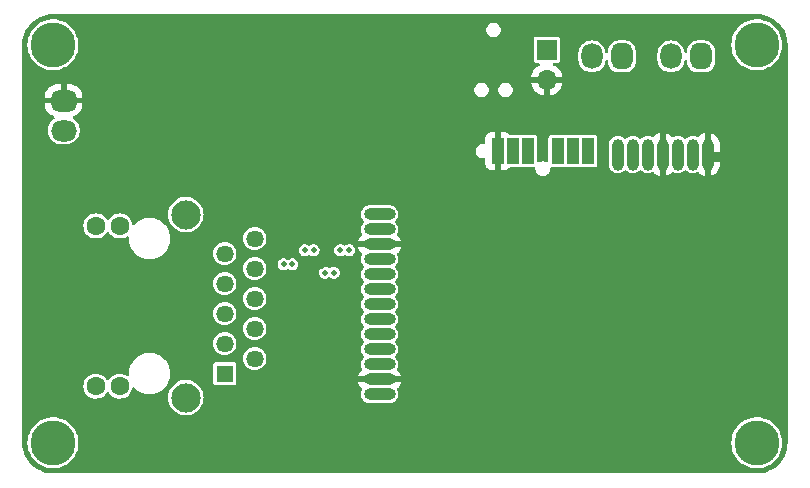
<source format=gbr>
%TF.GenerationSoftware,KiCad,Pcbnew,8.0.4*%
%TF.CreationDate,2025-04-28T15:50:51-04:00*%
%TF.ProjectId,BB-SPEM-A-1 Breakout,42422d53-5045-44d2-9d41-2d3120427265,rev?*%
%TF.SameCoordinates,Original*%
%TF.FileFunction,Copper,L3,Inr*%
%TF.FilePolarity,Positive*%
%FSLAX46Y46*%
G04 Gerber Fmt 4.6, Leading zero omitted, Abs format (unit mm)*
G04 Created by KiCad (PCBNEW 8.0.4) date 2025-04-28 15:50:51*
%MOMM*%
%LPD*%
G01*
G04 APERTURE LIST*
G04 Aperture macros list*
%AMRoundRect*
0 Rectangle with rounded corners*
0 $1 Rounding radius*
0 $2 $3 $4 $5 $6 $7 $8 $9 X,Y pos of 4 corners*
0 Add a 4 corners polygon primitive as box body*
4,1,4,$2,$3,$4,$5,$6,$7,$8,$9,$2,$3,0*
0 Add four circle primitives for the rounded corners*
1,1,$1+$1,$2,$3*
1,1,$1+$1,$4,$5*
1,1,$1+$1,$6,$7*
1,1,$1+$1,$8,$9*
0 Add four rect primitives between the rounded corners*
20,1,$1+$1,$2,$3,$4,$5,0*
20,1,$1+$1,$4,$5,$6,$7,0*
20,1,$1+$1,$6,$7,$8,$9,0*
20,1,$1+$1,$8,$9,$2,$3,0*%
G04 Aperture macros list end*
%TA.AperFunction,ComponentPad*%
%ADD10O,2.700000X1.000000*%
%TD*%
%TA.AperFunction,ComponentPad*%
%ADD11O,1.700000X1.000000*%
%TD*%
%TA.AperFunction,ComponentPad*%
%ADD12R,1.100000X2.200000*%
%TD*%
%TA.AperFunction,ComponentPad*%
%ADD13O,1.000000X2.700000*%
%TD*%
%TA.AperFunction,ComponentPad*%
%ADD14O,1.000000X1.700000*%
%TD*%
%TA.AperFunction,ComponentPad*%
%ADD15RoundRect,0.630000X-0.470000X0.270000X-0.470000X-0.270000X0.470000X-0.270000X0.470000X0.270000X0*%
%TD*%
%TA.AperFunction,ComponentPad*%
%ADD16O,2.200000X1.800000*%
%TD*%
%TA.AperFunction,ComponentPad*%
%ADD17RoundRect,0.630000X0.270000X0.470000X-0.270000X0.470000X-0.270000X-0.470000X0.270000X-0.470000X0*%
%TD*%
%TA.AperFunction,ComponentPad*%
%ADD18O,1.800000X2.200000*%
%TD*%
%TA.AperFunction,ComponentPad*%
%ADD19C,3.800000*%
%TD*%
%TA.AperFunction,ComponentPad*%
%ADD20R,1.458000X1.458000*%
%TD*%
%TA.AperFunction,ComponentPad*%
%ADD21C,1.458000*%
%TD*%
%TA.AperFunction,ComponentPad*%
%ADD22C,1.605000*%
%TD*%
%TA.AperFunction,ComponentPad*%
%ADD23C,2.475000*%
%TD*%
%TA.AperFunction,ComponentPad*%
%ADD24R,1.700000X1.700000*%
%TD*%
%TA.AperFunction,ComponentPad*%
%ADD25O,1.700000X1.700000*%
%TD*%
%TA.AperFunction,ViaPad*%
%ADD26C,0.500000*%
%TD*%
G04 APERTURE END LIST*
D10*
%TO.N,/3V3*%
%TO.C,J1*%
X145450000Y-87060000D03*
D11*
X145850000Y-87060000D03*
D10*
%TO.N,Net-(D1-K)*%
X145450000Y-88330000D03*
D11*
X145850000Y-88330000D03*
D10*
%TO.N,GND*%
X145450000Y-89600000D03*
D11*
X145850000Y-89600000D03*
D10*
%TO.N,/A+*%
X145450000Y-90870000D03*
D11*
X145850000Y-90870000D03*
D10*
%TO.N,/A-*%
X145450000Y-92140000D03*
D11*
X145850000Y-92140000D03*
D10*
%TO.N,/B+*%
X145450000Y-93410000D03*
D11*
X145850000Y-93410000D03*
D10*
%TO.N,/B-*%
X145450000Y-94680000D03*
D11*
X145850000Y-94680000D03*
D10*
%TO.N,/C+*%
X145450000Y-95950000D03*
D11*
X145850000Y-95950000D03*
D10*
%TO.N,/C-*%
X145450000Y-97220000D03*
D11*
X145850000Y-97220000D03*
D10*
%TO.N,/D+*%
X145450000Y-98490000D03*
D11*
X145850000Y-98490000D03*
D10*
%TO.N,/D-*%
X145450000Y-99760000D03*
D11*
X145850000Y-99760000D03*
D10*
%TO.N,GND*%
X145450000Y-101030000D03*
D11*
X145850000Y-101030000D03*
D10*
%TO.N,Net-(J1-BASE-T1_LED)*%
X145450000Y-102300000D03*
D11*
X145850000Y-102300000D03*
D12*
%TO.N,GND*%
X155470000Y-81700000D03*
%TO.N,unconnected-(J1-NC-Pad15)*%
X156740000Y-81700000D03*
%TO.N,/MCU_RST*%
X158010000Y-81700000D03*
%TO.N,/SWCLK*%
X160550000Y-81700000D03*
%TO.N,/3V3*%
X161820000Y-81700000D03*
%TO.N,/SWDIO*%
X163090000Y-81700000D03*
D13*
%TO.N,Net-(J1-UART_RX)*%
X165630000Y-82000000D03*
D14*
X165630000Y-82400000D03*
D13*
%TO.N,Net-(J1-UART_TX)*%
X166900000Y-82000000D03*
D14*
X166900000Y-82400000D03*
D13*
%TO.N,Net-(J1-SLAVE_STRAP)*%
X168170000Y-82000000D03*
D14*
X168170000Y-82400000D03*
D13*
%TO.N,GND*%
X169440000Y-82000000D03*
D14*
X169440000Y-82400000D03*
D13*
%TO.N,/SPE_TRX+*%
X170710000Y-82000000D03*
D14*
X170710000Y-82400000D03*
D13*
%TO.N,/SPE_TRX-*%
X171980000Y-82000000D03*
D14*
X171980000Y-82400000D03*
D13*
%TO.N,GND*%
X173250000Y-82000000D03*
D14*
X173250000Y-82400000D03*
%TD*%
D15*
%TO.N,GND*%
%TO.C,J2*%
X118700000Y-77430000D03*
D16*
%TO.N,/3V3*%
X118700000Y-79970000D03*
%TD*%
D17*
%TO.N,/SPE_TRX-*%
%TO.C,J3*%
X172670000Y-73700000D03*
D18*
%TO.N,/SPE_TRX+*%
X170130000Y-73700000D03*
%TD*%
D19*
%TO.N,unconnected-(H4-Pad1)*%
%TO.C,H4*%
X177400000Y-72700000D03*
%TD*%
D17*
%TO.N,Net-(J1-UART_TX)*%
%TO.C,J4*%
X165970000Y-73700000D03*
D18*
%TO.N,Net-(J1-UART_RX)*%
X163430000Y-73700000D03*
%TD*%
D20*
%TO.N,/A+*%
%TO.C,J6*%
X132350000Y-100545000D03*
D21*
%TO.N,/A-*%
X134890000Y-99275000D03*
%TO.N,/B+*%
X132350000Y-98005000D03*
%TO.N,/B-*%
X134890000Y-96735000D03*
%TO.N,Net-(J6-CT_1)*%
X132350000Y-95465000D03*
%TO.N,Net-(J6-CT_2)*%
X134890000Y-94195000D03*
%TO.N,/C+*%
X132350000Y-92925000D03*
%TO.N,/C-*%
X134890000Y-91655000D03*
%TO.N,/D+*%
X132350000Y-90385000D03*
%TO.N,/D-*%
X134890000Y-89115000D03*
D22*
%TO.N,unconnected-(J6-PadP11)*%
X123460000Y-88045000D03*
%TO.N,unconnected-(J6-PadP12)*%
X121430000Y-88045000D03*
%TO.N,unconnected-(J6-PadP13)*%
X123460000Y-101615000D03*
%TO.N,unconnected-(J6-PadP14)*%
X121430000Y-101615000D03*
D23*
%TO.N,Earth*%
X129050000Y-102580000D03*
X129050000Y-87080000D03*
%TD*%
D24*
%TO.N,Net-(J1-SLAVE_STRAP)*%
%TO.C,J5*%
X159600000Y-73125000D03*
D25*
%TO.N,GND*%
X159600000Y-75665000D03*
%TD*%
D19*
%TO.N,unconnected-(H2-Pad1)*%
%TO.C,H2*%
X117800000Y-106400000D03*
%TD*%
%TO.N,unconnected-(H3-Pad1)*%
%TO.C,H3*%
X177400000Y-106400000D03*
%TD*%
%TO.N,unconnected-(H1-Pad1)*%
%TO.C,H1*%
X117800000Y-72700000D03*
%TD*%
D26*
%TO.N,GND*%
X143300000Y-89500000D03*
X141600000Y-89700000D03*
X136700000Y-90500000D03*
X140600000Y-91400000D03*
X141500000Y-91300000D03*
X140500000Y-89800000D03*
X138700000Y-91000000D03*
X157500000Y-78500000D03*
X138900000Y-89400000D03*
%TO.N,/D+*%
X138075000Y-91300000D03*
%TO.N,/D-*%
X137325000Y-91300000D03*
%TO.N,/C-*%
X139125000Y-90100000D03*
%TO.N,/C+*%
X139875000Y-90100000D03*
%TO.N,/A+*%
X142875000Y-90100000D03*
%TO.N,/B-*%
X140825000Y-92000000D03*
%TO.N,/A-*%
X142125000Y-90100000D03*
%TO.N,/B+*%
X141575000Y-92000000D03*
%TD*%
%TA.AperFunction,Conductor*%
%TO.N,GND*%
G36*
X145869930Y-100815095D02*
G01*
X145823852Y-100894905D01*
X145800000Y-100983922D01*
X145800000Y-101076078D01*
X145823852Y-101165095D01*
X145869930Y-101244905D01*
X145905025Y-101280000D01*
X145394975Y-101280000D01*
X145430070Y-101244905D01*
X145476148Y-101165095D01*
X145500000Y-101076078D01*
X145500000Y-100983922D01*
X145476148Y-100894905D01*
X145430070Y-100815095D01*
X145394975Y-100780000D01*
X145905025Y-100780000D01*
X145869930Y-100815095D01*
G37*
%TD.AperFunction*%
%TA.AperFunction,Conductor*%
G36*
X145869930Y-89385095D02*
G01*
X145823852Y-89464905D01*
X145800000Y-89553922D01*
X145800000Y-89646078D01*
X145823852Y-89735095D01*
X145869930Y-89814905D01*
X145905025Y-89850000D01*
X145394975Y-89850000D01*
X145430070Y-89814905D01*
X145476148Y-89735095D01*
X145500000Y-89646078D01*
X145500000Y-89553922D01*
X145476148Y-89464905D01*
X145430070Y-89385095D01*
X145394975Y-89350000D01*
X145905025Y-89350000D01*
X145869930Y-89385095D01*
G37*
%TD.AperFunction*%
%TA.AperFunction,Conductor*%
G36*
X169690000Y-82455025D02*
G01*
X169654905Y-82419930D01*
X169575095Y-82373852D01*
X169486078Y-82350000D01*
X169393922Y-82350000D01*
X169304905Y-82373852D01*
X169225095Y-82419930D01*
X169190000Y-82455025D01*
X169190000Y-81944975D01*
X169225095Y-81980070D01*
X169304905Y-82026148D01*
X169393922Y-82050000D01*
X169486078Y-82050000D01*
X169575095Y-82026148D01*
X169654905Y-81980070D01*
X169690000Y-81944975D01*
X169690000Y-82455025D01*
G37*
%TD.AperFunction*%
%TA.AperFunction,Conductor*%
G36*
X177403471Y-70100695D02*
G01*
X177441470Y-70102828D01*
X177684106Y-70116454D01*
X177697909Y-70118010D01*
X177971584Y-70164509D01*
X177985123Y-70167599D01*
X178251874Y-70244449D01*
X178264993Y-70249040D01*
X178521445Y-70355265D01*
X178533967Y-70361294D01*
X178626475Y-70412422D01*
X178776921Y-70495571D01*
X178788695Y-70502969D01*
X179015079Y-70663597D01*
X179015081Y-70663598D01*
X179025952Y-70672267D01*
X179203523Y-70830955D01*
X179232931Y-70857235D01*
X179242764Y-70867068D01*
X179427731Y-71074046D01*
X179436401Y-71084918D01*
X179597030Y-71311304D01*
X179604428Y-71323078D01*
X179738701Y-71566025D01*
X179744734Y-71578554D01*
X179850959Y-71835006D01*
X179855552Y-71848130D01*
X179932397Y-72114865D01*
X179935491Y-72128422D01*
X179981988Y-72402082D01*
X179983545Y-72415900D01*
X179999305Y-72696526D01*
X179999500Y-72703479D01*
X179999500Y-106396520D01*
X179999305Y-106403473D01*
X179983545Y-106684100D01*
X179981988Y-106697918D01*
X179935491Y-106971575D01*
X179932397Y-106985132D01*
X179855550Y-107251872D01*
X179850957Y-107264996D01*
X179744733Y-107521445D01*
X179738700Y-107533974D01*
X179604427Y-107776922D01*
X179597029Y-107788696D01*
X179436401Y-108015081D01*
X179427731Y-108025953D01*
X179242764Y-108232931D01*
X179232931Y-108242764D01*
X179025947Y-108427736D01*
X179015081Y-108436400D01*
X178905202Y-108514365D01*
X178788701Y-108597027D01*
X178776927Y-108604425D01*
X178533974Y-108738701D01*
X178521445Y-108744734D01*
X178264993Y-108850959D01*
X178251869Y-108855552D01*
X177985134Y-108932397D01*
X177971577Y-108935491D01*
X177697917Y-108981988D01*
X177684099Y-108983545D01*
X177403472Y-108999305D01*
X177396519Y-108999500D01*
X117803481Y-108999500D01*
X117796528Y-108999305D01*
X117515900Y-108983545D01*
X117502082Y-108981988D01*
X117228422Y-108935491D01*
X117214865Y-108932397D01*
X116948130Y-108855552D01*
X116935006Y-108850959D01*
X116678554Y-108744734D01*
X116666025Y-108738701D01*
X116423078Y-108604428D01*
X116411304Y-108597030D01*
X116184918Y-108436401D01*
X116174046Y-108427731D01*
X116050606Y-108317418D01*
X115967066Y-108242762D01*
X115957235Y-108232931D01*
X115772268Y-108025953D01*
X115763598Y-108015081D01*
X115602969Y-107788695D01*
X115595571Y-107776921D01*
X115461298Y-107533974D01*
X115455265Y-107521445D01*
X115349040Y-107264993D01*
X115344447Y-107251869D01*
X115322734Y-107176500D01*
X115267599Y-106985123D01*
X115264508Y-106971577D01*
X115264508Y-106971575D01*
X115218010Y-106697909D01*
X115216454Y-106684106D01*
X115200695Y-106403471D01*
X115200598Y-106400000D01*
X115640466Y-106400000D01*
X115660579Y-106694051D01*
X115660579Y-106694055D01*
X115660580Y-106694057D01*
X115682922Y-106801575D01*
X115720547Y-106982637D01*
X115720548Y-106982640D01*
X115819249Y-107260357D01*
X115819248Y-107260357D01*
X115929636Y-107473394D01*
X115954852Y-107522059D01*
X116120543Y-107756790D01*
X116124829Y-107762861D01*
X116326006Y-107978268D01*
X116554632Y-108164269D01*
X116554635Y-108164271D01*
X116554639Y-108164274D01*
X116667541Y-108232931D01*
X116806475Y-108317419D01*
X117025890Y-108412723D01*
X117076816Y-108434844D01*
X117360630Y-108514365D01*
X117617342Y-108549649D01*
X117652627Y-108554500D01*
X117652628Y-108554500D01*
X117947373Y-108554500D01*
X117978853Y-108550172D01*
X118239370Y-108514365D01*
X118523184Y-108434844D01*
X118793526Y-108317418D01*
X119045361Y-108164274D01*
X119273997Y-107978265D01*
X119475175Y-107762856D01*
X119645148Y-107522059D01*
X119780749Y-107260361D01*
X119879453Y-106982635D01*
X119939420Y-106694057D01*
X119959534Y-106400000D01*
X175240466Y-106400000D01*
X175260579Y-106694051D01*
X175260579Y-106694055D01*
X175260580Y-106694057D01*
X175282922Y-106801575D01*
X175320547Y-106982637D01*
X175320548Y-106982640D01*
X175419249Y-107260357D01*
X175419248Y-107260357D01*
X175529636Y-107473394D01*
X175554852Y-107522059D01*
X175720543Y-107756790D01*
X175724829Y-107762861D01*
X175926006Y-107978268D01*
X176154632Y-108164269D01*
X176154635Y-108164271D01*
X176154639Y-108164274D01*
X176267541Y-108232931D01*
X176406475Y-108317419D01*
X176625890Y-108412723D01*
X176676816Y-108434844D01*
X176960630Y-108514365D01*
X177217342Y-108549649D01*
X177252627Y-108554500D01*
X177252628Y-108554500D01*
X177547373Y-108554500D01*
X177578853Y-108550172D01*
X177839370Y-108514365D01*
X178123184Y-108434844D01*
X178393526Y-108317418D01*
X178645361Y-108164274D01*
X178873997Y-107978265D01*
X179075175Y-107762856D01*
X179245148Y-107522059D01*
X179380749Y-107260361D01*
X179479453Y-106982635D01*
X179539420Y-106694057D01*
X179559534Y-106400000D01*
X179539420Y-106105943D01*
X179479453Y-105817365D01*
X179380750Y-105539642D01*
X179380751Y-105539642D01*
X179245147Y-105277940D01*
X179075175Y-105037144D01*
X179075171Y-105037140D01*
X179075170Y-105037138D01*
X178873993Y-104821731D01*
X178645367Y-104635730D01*
X178645356Y-104635723D01*
X178393524Y-104482580D01*
X178123185Y-104365156D01*
X177839375Y-104285636D01*
X177839371Y-104285635D01*
X177839370Y-104285635D01*
X177693371Y-104265567D01*
X177547373Y-104245500D01*
X177547372Y-104245500D01*
X177252628Y-104245500D01*
X177252627Y-104245500D01*
X176960630Y-104285635D01*
X176960624Y-104285636D01*
X176676814Y-104365156D01*
X176406475Y-104482580D01*
X176154643Y-104635723D01*
X176154632Y-104635730D01*
X175926006Y-104821731D01*
X175724829Y-105037138D01*
X175554852Y-105277940D01*
X175419249Y-105539642D01*
X175320548Y-105817359D01*
X175320547Y-105817362D01*
X175260579Y-106105948D01*
X175240466Y-106400000D01*
X119959534Y-106400000D01*
X119939420Y-106105943D01*
X119879453Y-105817365D01*
X119780750Y-105539642D01*
X119780751Y-105539642D01*
X119645147Y-105277940D01*
X119475175Y-105037144D01*
X119475171Y-105037140D01*
X119475170Y-105037138D01*
X119273993Y-104821731D01*
X119045367Y-104635730D01*
X119045356Y-104635723D01*
X118793524Y-104482580D01*
X118523185Y-104365156D01*
X118239375Y-104285636D01*
X118239371Y-104285635D01*
X118239370Y-104285635D01*
X118093371Y-104265567D01*
X117947373Y-104245500D01*
X117947372Y-104245500D01*
X117652628Y-104245500D01*
X117652627Y-104245500D01*
X117360630Y-104285635D01*
X117360624Y-104285636D01*
X117076814Y-104365156D01*
X116806475Y-104482580D01*
X116554643Y-104635723D01*
X116554632Y-104635730D01*
X116326006Y-104821731D01*
X116124829Y-105037138D01*
X115954852Y-105277940D01*
X115819249Y-105539642D01*
X115720548Y-105817359D01*
X115720547Y-105817362D01*
X115660579Y-106105948D01*
X115640466Y-106400000D01*
X115200598Y-106400000D01*
X115200500Y-106396519D01*
X115200500Y-101615000D01*
X120367886Y-101615000D01*
X120388293Y-101822208D01*
X120388294Y-101822210D01*
X120448733Y-102021448D01*
X120448735Y-102021453D01*
X120546884Y-102205079D01*
X120546886Y-102205082D01*
X120678971Y-102366028D01*
X120839917Y-102498113D01*
X120839921Y-102498116D01*
X121023547Y-102596265D01*
X121222789Y-102656705D01*
X121222791Y-102656706D01*
X121241369Y-102658535D01*
X121430000Y-102677114D01*
X121637208Y-102656706D01*
X121836453Y-102596265D01*
X122020079Y-102498116D01*
X122181028Y-102366028D01*
X122313116Y-102205079D01*
X122335642Y-102162934D01*
X122384603Y-102113091D01*
X122452740Y-102097630D01*
X122518420Y-102121461D01*
X122554357Y-102162934D01*
X122574694Y-102200983D01*
X122576885Y-102205081D01*
X122708971Y-102366028D01*
X122869917Y-102498113D01*
X122869921Y-102498116D01*
X123053547Y-102596265D01*
X123252789Y-102656705D01*
X123252791Y-102656706D01*
X123271369Y-102658535D01*
X123460000Y-102677114D01*
X123667208Y-102656706D01*
X123866453Y-102596265D01*
X123896894Y-102579994D01*
X127552887Y-102579994D01*
X127552887Y-102580005D01*
X127573305Y-102826413D01*
X127634004Y-103066110D01*
X127733327Y-103292546D01*
X127868564Y-103499543D01*
X128036035Y-103681464D01*
X128036039Y-103681467D01*
X128231148Y-103833327D01*
X128231155Y-103833331D01*
X128231157Y-103833333D01*
X128448617Y-103951016D01*
X128682480Y-104031302D01*
X128926369Y-104072000D01*
X128926370Y-104072000D01*
X129173630Y-104072000D01*
X129173631Y-104072000D01*
X129417520Y-104031302D01*
X129651383Y-103951016D01*
X129868843Y-103833333D01*
X130063967Y-103681462D01*
X130231433Y-103499546D01*
X130366672Y-103292547D01*
X130465995Y-103066112D01*
X130526694Y-102826417D01*
X130540757Y-102656705D01*
X130547113Y-102580005D01*
X130547113Y-102579994D01*
X130530069Y-102374312D01*
X130526694Y-102333583D01*
X130465995Y-102093888D01*
X130366672Y-101867453D01*
X130329198Y-101810095D01*
X130231435Y-101660456D01*
X130096366Y-101513733D01*
X130063967Y-101478538D01*
X130063966Y-101478537D01*
X130063964Y-101478535D01*
X130063960Y-101478532D01*
X129868851Y-101326672D01*
X129868840Y-101326665D01*
X129651389Y-101208987D01*
X129651386Y-101208986D01*
X129651383Y-101208984D01*
X129651377Y-101208982D01*
X129651375Y-101208981D01*
X129417522Y-101128698D01*
X129254927Y-101101566D01*
X129173631Y-101088000D01*
X128926369Y-101088000D01*
X128865396Y-101098174D01*
X128682477Y-101128698D01*
X128448624Y-101208981D01*
X128448610Y-101208987D01*
X128231159Y-101326665D01*
X128231148Y-101326672D01*
X128036039Y-101478532D01*
X128036035Y-101478535D01*
X127868564Y-101660456D01*
X127733327Y-101867453D01*
X127634004Y-102093889D01*
X127573305Y-102333586D01*
X127552887Y-102579994D01*
X123896894Y-102579994D01*
X124050079Y-102498116D01*
X124211028Y-102366028D01*
X124343116Y-102205079D01*
X124441265Y-102021453D01*
X124501706Y-101822208D01*
X124502899Y-101810094D01*
X124529057Y-101745307D01*
X124586091Y-101704946D01*
X124655891Y-101701827D01*
X124713983Y-101734564D01*
X124843330Y-101863911D01*
X124843338Y-101863918D01*
X125025382Y-102003607D01*
X125025385Y-102003608D01*
X125025388Y-102003611D01*
X125224112Y-102118344D01*
X125224117Y-102118346D01*
X125224123Y-102118349D01*
X125315480Y-102156190D01*
X125436113Y-102206158D01*
X125657762Y-102265548D01*
X125885266Y-102295500D01*
X125885273Y-102295500D01*
X126114727Y-102295500D01*
X126114734Y-102295500D01*
X126342238Y-102265548D01*
X126563887Y-102206158D01*
X126775888Y-102118344D01*
X126974612Y-102003611D01*
X127156661Y-101863919D01*
X127156665Y-101863914D01*
X127156670Y-101863911D01*
X127318911Y-101701670D01*
X127318914Y-101701665D01*
X127318919Y-101701661D01*
X127458611Y-101519612D01*
X127573344Y-101320888D01*
X127661158Y-101108887D01*
X127720548Y-100887238D01*
X127750500Y-100659734D01*
X127750500Y-100430266D01*
X127750284Y-100428629D01*
X127745532Y-100392533D01*
X127720548Y-100202762D01*
X127661158Y-99981113D01*
X127611190Y-99860480D01*
X127582381Y-99790928D01*
X131366500Y-99790928D01*
X131366500Y-101299063D01*
X131381266Y-101373301D01*
X131437515Y-101457484D01*
X131469016Y-101478532D01*
X131521699Y-101513734D01*
X131521702Y-101513734D01*
X131521703Y-101513735D01*
X131546666Y-101518700D01*
X131595933Y-101528500D01*
X133104066Y-101528499D01*
X133178301Y-101513734D01*
X133262484Y-101457484D01*
X133318734Y-101373301D01*
X133333500Y-101299067D01*
X133333499Y-99790934D01*
X133318734Y-99716699D01*
X133276299Y-99653191D01*
X133262484Y-99632515D01*
X133212019Y-99598796D01*
X133178301Y-99576266D01*
X133178299Y-99576265D01*
X133178296Y-99576264D01*
X133104069Y-99561500D01*
X131595936Y-99561500D01*
X131521698Y-99576266D01*
X131437515Y-99632515D01*
X131381266Y-99716699D01*
X131381264Y-99716703D01*
X131366500Y-99790928D01*
X127582381Y-99790928D01*
X127573349Y-99769123D01*
X127573346Y-99769117D01*
X127573344Y-99769112D01*
X127458611Y-99570388D01*
X127458608Y-99570385D01*
X127458607Y-99570382D01*
X127357764Y-99438962D01*
X127318919Y-99388339D01*
X127318918Y-99388338D01*
X127318911Y-99388330D01*
X127205581Y-99275000D01*
X133901741Y-99275000D01*
X133920729Y-99467800D01*
X133920730Y-99467802D01*
X133976968Y-99653191D01*
X134068288Y-99824040D01*
X134068291Y-99824044D01*
X134068293Y-99824047D01*
X134123690Y-99891550D01*
X134191194Y-99973805D01*
X134258698Y-100029202D01*
X134340953Y-100096707D01*
X134340956Y-100096708D01*
X134340959Y-100096711D01*
X134456477Y-100158456D01*
X134511810Y-100188032D01*
X134697197Y-100244269D01*
X134697199Y-100244270D01*
X134714485Y-100245972D01*
X134890000Y-100263259D01*
X135082800Y-100244270D01*
X135268190Y-100188032D01*
X135439047Y-100096707D01*
X135588805Y-99973805D01*
X135711707Y-99824047D01*
X135729410Y-99790928D01*
X135744310Y-99763050D01*
X135803032Y-99653190D01*
X135859270Y-99467800D01*
X135878259Y-99275000D01*
X135859270Y-99082200D01*
X135803032Y-98896810D01*
X135803031Y-98896808D01*
X135711711Y-98725959D01*
X135711708Y-98725956D01*
X135711707Y-98725953D01*
X135644202Y-98643698D01*
X135588805Y-98576194D01*
X135506550Y-98508690D01*
X135439047Y-98453293D01*
X135439044Y-98453291D01*
X135439040Y-98453288D01*
X135268191Y-98361968D01*
X135082802Y-98305730D01*
X135082800Y-98305729D01*
X134890000Y-98286741D01*
X134697199Y-98305729D01*
X134697197Y-98305730D01*
X134511808Y-98361968D01*
X134340959Y-98453288D01*
X134340953Y-98453293D01*
X134191194Y-98576194D01*
X134068293Y-98725953D01*
X134068288Y-98725959D01*
X133976968Y-98896808D01*
X133920730Y-99082197D01*
X133920729Y-99082199D01*
X133901741Y-99275000D01*
X127205581Y-99275000D01*
X127156670Y-99226089D01*
X127156661Y-99226081D01*
X126974617Y-99086392D01*
X126775890Y-98971657D01*
X126775876Y-98971650D01*
X126563887Y-98883842D01*
X126342238Y-98824452D01*
X126304215Y-98819446D01*
X126114741Y-98794500D01*
X126114734Y-98794500D01*
X125885266Y-98794500D01*
X125885258Y-98794500D01*
X125668715Y-98823009D01*
X125657762Y-98824452D01*
X125572155Y-98847390D01*
X125436112Y-98883842D01*
X125224123Y-98971650D01*
X125224109Y-98971657D01*
X125025382Y-99086392D01*
X124843338Y-99226081D01*
X124681081Y-99388338D01*
X124541392Y-99570382D01*
X124426657Y-99769109D01*
X124426650Y-99769123D01*
X124338842Y-99981112D01*
X124279453Y-100202759D01*
X124279451Y-100202770D01*
X124249500Y-100430258D01*
X124249500Y-100633368D01*
X124229815Y-100700407D01*
X124177011Y-100746162D01*
X124107853Y-100756106D01*
X124056376Y-100733429D01*
X124055147Y-100735270D01*
X124050085Y-100731887D01*
X123991189Y-100700407D01*
X123866453Y-100633735D01*
X123866450Y-100633734D01*
X123866448Y-100633733D01*
X123667210Y-100573294D01*
X123667208Y-100573293D01*
X123460000Y-100552886D01*
X123252791Y-100573293D01*
X123252789Y-100573294D01*
X123053551Y-100633733D01*
X122869917Y-100731886D01*
X122708971Y-100863971D01*
X122576886Y-101024917D01*
X122576884Y-101024921D01*
X122554357Y-101067065D01*
X122505396Y-101116908D01*
X122437259Y-101132369D01*
X122371579Y-101108538D01*
X122335642Y-101067065D01*
X122313116Y-101024921D01*
X122273365Y-100976484D01*
X122181028Y-100863971D01*
X122020082Y-100731886D01*
X122020080Y-100731885D01*
X122020079Y-100731884D01*
X121836453Y-100633735D01*
X121836450Y-100633734D01*
X121836448Y-100633733D01*
X121637210Y-100573294D01*
X121637208Y-100573293D01*
X121430000Y-100552886D01*
X121222791Y-100573293D01*
X121222789Y-100573294D01*
X121023551Y-100633733D01*
X120839917Y-100731886D01*
X120678971Y-100863971D01*
X120546886Y-101024917D01*
X120448733Y-101208551D01*
X120388294Y-101407789D01*
X120388293Y-101407791D01*
X120367886Y-101615000D01*
X115200500Y-101615000D01*
X115200500Y-98005000D01*
X131361741Y-98005000D01*
X131380729Y-98197800D01*
X131380730Y-98197802D01*
X131436968Y-98383191D01*
X131528288Y-98554040D01*
X131528291Y-98554044D01*
X131528293Y-98554047D01*
X131583690Y-98621550D01*
X131651194Y-98703805D01*
X131718698Y-98759202D01*
X131800953Y-98826707D01*
X131800956Y-98826708D01*
X131800959Y-98826711D01*
X131932106Y-98896810D01*
X131971810Y-98918032D01*
X132157197Y-98974269D01*
X132157199Y-98974270D01*
X132174485Y-98975972D01*
X132350000Y-98993259D01*
X132542800Y-98974270D01*
X132728190Y-98918032D01*
X132899047Y-98826707D01*
X133048805Y-98703805D01*
X133171707Y-98554047D01*
X133263032Y-98383190D01*
X133319270Y-98197800D01*
X133338259Y-98005000D01*
X133319270Y-97812200D01*
X133263032Y-97626810D01*
X133236617Y-97577391D01*
X133171711Y-97455959D01*
X133171708Y-97455956D01*
X133171707Y-97455953D01*
X133104202Y-97373698D01*
X133048805Y-97306194D01*
X132966550Y-97238690D01*
X132899047Y-97183293D01*
X132899044Y-97183291D01*
X132899040Y-97183288D01*
X132728191Y-97091968D01*
X132542802Y-97035730D01*
X132542800Y-97035729D01*
X132350000Y-97016741D01*
X132157199Y-97035729D01*
X132157197Y-97035730D01*
X131971808Y-97091968D01*
X131800959Y-97183288D01*
X131800953Y-97183293D01*
X131651194Y-97306194D01*
X131528293Y-97455953D01*
X131528288Y-97455959D01*
X131436968Y-97626808D01*
X131380730Y-97812197D01*
X131380729Y-97812199D01*
X131361741Y-98005000D01*
X115200500Y-98005000D01*
X115200500Y-96735000D01*
X133901741Y-96735000D01*
X133920729Y-96927800D01*
X133920730Y-96927802D01*
X133976968Y-97113191D01*
X134068288Y-97284040D01*
X134068291Y-97284044D01*
X134068293Y-97284047D01*
X134123690Y-97351550D01*
X134191194Y-97433805D01*
X134258698Y-97489202D01*
X134340953Y-97556707D01*
X134340956Y-97556708D01*
X134340959Y-97556711D01*
X134472106Y-97626810D01*
X134511810Y-97648032D01*
X134686325Y-97700971D01*
X134697197Y-97704269D01*
X134697199Y-97704270D01*
X134714485Y-97705972D01*
X134890000Y-97723259D01*
X135082800Y-97704270D01*
X135268190Y-97648032D01*
X135439047Y-97556707D01*
X135588805Y-97433805D01*
X135711707Y-97284047D01*
X135803032Y-97113190D01*
X135859270Y-96927800D01*
X135878259Y-96735000D01*
X135859270Y-96542200D01*
X135803032Y-96356810D01*
X135776617Y-96307391D01*
X135711711Y-96185959D01*
X135711708Y-96185956D01*
X135711707Y-96185953D01*
X135644202Y-96103698D01*
X135588805Y-96036194D01*
X135506550Y-95968690D01*
X135439047Y-95913293D01*
X135439044Y-95913291D01*
X135439040Y-95913288D01*
X135268191Y-95821968D01*
X135082802Y-95765730D01*
X135082800Y-95765729D01*
X134890000Y-95746741D01*
X134697199Y-95765729D01*
X134697197Y-95765730D01*
X134511808Y-95821968D01*
X134340959Y-95913288D01*
X134340953Y-95913293D01*
X134191194Y-96036194D01*
X134068293Y-96185953D01*
X134068288Y-96185959D01*
X133976968Y-96356808D01*
X133920730Y-96542197D01*
X133920729Y-96542199D01*
X133901741Y-96735000D01*
X115200500Y-96735000D01*
X115200500Y-95465000D01*
X131361741Y-95465000D01*
X131380729Y-95657800D01*
X131380730Y-95657802D01*
X131436968Y-95843191D01*
X131528288Y-96014040D01*
X131528291Y-96014044D01*
X131528293Y-96014047D01*
X131583690Y-96081550D01*
X131651194Y-96163805D01*
X131718698Y-96219202D01*
X131800953Y-96286707D01*
X131800956Y-96286708D01*
X131800959Y-96286711D01*
X131932106Y-96356810D01*
X131971810Y-96378032D01*
X132146325Y-96430971D01*
X132157197Y-96434269D01*
X132157199Y-96434270D01*
X132174485Y-96435972D01*
X132350000Y-96453259D01*
X132542800Y-96434270D01*
X132728190Y-96378032D01*
X132899047Y-96286707D01*
X133048805Y-96163805D01*
X133171707Y-96014047D01*
X133263032Y-95843190D01*
X133319270Y-95657800D01*
X133338259Y-95465000D01*
X133319270Y-95272200D01*
X133263032Y-95086810D01*
X133236617Y-95037391D01*
X133171711Y-94915959D01*
X133171708Y-94915956D01*
X133171707Y-94915953D01*
X133104202Y-94833698D01*
X133048805Y-94766194D01*
X132966550Y-94698690D01*
X132899047Y-94643293D01*
X132899044Y-94643291D01*
X132899040Y-94643288D01*
X132728191Y-94551968D01*
X132542802Y-94495730D01*
X132542800Y-94495729D01*
X132350000Y-94476741D01*
X132157199Y-94495729D01*
X132157197Y-94495730D01*
X131971808Y-94551968D01*
X131800959Y-94643288D01*
X131800953Y-94643293D01*
X131651194Y-94766194D01*
X131528293Y-94915953D01*
X131528288Y-94915959D01*
X131436968Y-95086808D01*
X131380730Y-95272197D01*
X131380729Y-95272199D01*
X131361741Y-95465000D01*
X115200500Y-95465000D01*
X115200500Y-94195000D01*
X133901741Y-94195000D01*
X133920729Y-94387800D01*
X133920730Y-94387802D01*
X133976968Y-94573191D01*
X134068288Y-94744040D01*
X134068291Y-94744044D01*
X134068293Y-94744047D01*
X134123690Y-94811550D01*
X134191194Y-94893805D01*
X134258698Y-94949202D01*
X134340953Y-95016707D01*
X134340956Y-95016708D01*
X134340959Y-95016711D01*
X134472106Y-95086810D01*
X134511810Y-95108032D01*
X134686325Y-95160971D01*
X134697197Y-95164269D01*
X134697199Y-95164270D01*
X134714485Y-95165972D01*
X134890000Y-95183259D01*
X135082800Y-95164270D01*
X135268190Y-95108032D01*
X135439047Y-95016707D01*
X135588805Y-94893805D01*
X135711707Y-94744047D01*
X135803032Y-94573190D01*
X135859270Y-94387800D01*
X135878259Y-94195000D01*
X135859270Y-94002200D01*
X135803032Y-93816810D01*
X135776617Y-93767391D01*
X135711711Y-93645959D01*
X135711708Y-93645956D01*
X135711707Y-93645953D01*
X135644202Y-93563698D01*
X135588805Y-93496194D01*
X135506550Y-93428690D01*
X135439047Y-93373293D01*
X135439044Y-93373291D01*
X135439040Y-93373288D01*
X135268191Y-93281968D01*
X135082802Y-93225730D01*
X135082800Y-93225729D01*
X134890000Y-93206741D01*
X134697199Y-93225729D01*
X134697197Y-93225730D01*
X134511808Y-93281968D01*
X134340959Y-93373288D01*
X134340953Y-93373293D01*
X134191194Y-93496194D01*
X134068293Y-93645953D01*
X134068288Y-93645959D01*
X133976968Y-93816808D01*
X133920730Y-94002197D01*
X133920729Y-94002199D01*
X133901741Y-94195000D01*
X115200500Y-94195000D01*
X115200500Y-92925000D01*
X131361741Y-92925000D01*
X131380729Y-93117800D01*
X131380730Y-93117802D01*
X131436968Y-93303191D01*
X131528288Y-93474040D01*
X131528291Y-93474044D01*
X131528293Y-93474047D01*
X131583690Y-93541550D01*
X131651194Y-93623805D01*
X131718698Y-93679202D01*
X131800953Y-93746707D01*
X131800956Y-93746708D01*
X131800959Y-93746711D01*
X131932106Y-93816810D01*
X131971810Y-93838032D01*
X132146325Y-93890971D01*
X132157197Y-93894269D01*
X132157199Y-93894270D01*
X132174485Y-93895972D01*
X132350000Y-93913259D01*
X132542800Y-93894270D01*
X132728190Y-93838032D01*
X132899047Y-93746707D01*
X133048805Y-93623805D01*
X133171707Y-93474047D01*
X133263032Y-93303190D01*
X133319270Y-93117800D01*
X133338259Y-92925000D01*
X133319270Y-92732200D01*
X133263032Y-92546810D01*
X133240417Y-92504500D01*
X133171711Y-92375959D01*
X133171708Y-92375956D01*
X133171707Y-92375953D01*
X133089314Y-92275556D01*
X133048805Y-92226194D01*
X132948157Y-92143596D01*
X132899047Y-92103293D01*
X132899044Y-92103291D01*
X132899040Y-92103288D01*
X132728191Y-92011968D01*
X132542802Y-91955730D01*
X132542800Y-91955729D01*
X132350000Y-91936741D01*
X132157199Y-91955729D01*
X132157197Y-91955730D01*
X131971808Y-92011968D01*
X131800959Y-92103288D01*
X131800953Y-92103293D01*
X131651194Y-92226194D01*
X131528293Y-92375953D01*
X131528288Y-92375959D01*
X131436968Y-92546808D01*
X131380730Y-92732197D01*
X131380729Y-92732199D01*
X131361741Y-92925000D01*
X115200500Y-92925000D01*
X115200500Y-91655000D01*
X133901741Y-91655000D01*
X133920729Y-91847800D01*
X133920730Y-91847802D01*
X133976968Y-92033191D01*
X134068288Y-92204040D01*
X134068291Y-92204044D01*
X134068293Y-92204047D01*
X134123690Y-92271550D01*
X134191194Y-92353805D01*
X134258698Y-92409202D01*
X134340953Y-92476707D01*
X134340956Y-92476708D01*
X134340959Y-92476711D01*
X134472106Y-92546810D01*
X134511810Y-92568032D01*
X134686325Y-92620971D01*
X134697197Y-92624269D01*
X134697199Y-92624270D01*
X134714485Y-92625972D01*
X134890000Y-92643259D01*
X135082800Y-92624270D01*
X135268190Y-92568032D01*
X135439047Y-92476707D01*
X135588805Y-92353805D01*
X135711707Y-92204047D01*
X135803032Y-92033190D01*
X135813100Y-92000000D01*
X140315312Y-92000000D01*
X140335957Y-92143595D01*
X140335958Y-92143599D01*
X140396222Y-92275556D01*
X140396223Y-92275558D01*
X140491225Y-92385196D01*
X140569659Y-92435602D01*
X140613269Y-92463630D01*
X140752461Y-92504499D01*
X140752463Y-92504500D01*
X140752464Y-92504500D01*
X140897537Y-92504500D01*
X140897537Y-92504499D01*
X141036729Y-92463630D01*
X141036730Y-92463630D01*
X141036732Y-92463629D01*
X141132961Y-92401785D01*
X141199999Y-92382101D01*
X141267036Y-92401784D01*
X141320506Y-92436147D01*
X141363269Y-92463630D01*
X141502461Y-92504499D01*
X141502463Y-92504500D01*
X141502464Y-92504500D01*
X141647537Y-92504500D01*
X141647537Y-92504499D01*
X141786729Y-92463630D01*
X141786730Y-92463630D01*
X141786732Y-92463629D01*
X141908775Y-92385196D01*
X142003777Y-92275558D01*
X142064042Y-92143596D01*
X142084688Y-92000000D01*
X142064042Y-91856404D01*
X142064041Y-91856400D01*
X142025220Y-91771397D01*
X142003777Y-91724442D01*
X141908775Y-91614804D01*
X141847706Y-91575557D01*
X141786730Y-91536369D01*
X141647538Y-91495500D01*
X141647536Y-91495500D01*
X141502464Y-91495500D01*
X141502461Y-91495500D01*
X141363270Y-91536369D01*
X141363269Y-91536370D01*
X141267040Y-91598213D01*
X141200000Y-91617898D01*
X141132961Y-91598213D01*
X141132960Y-91598213D01*
X141064071Y-91553941D01*
X141036732Y-91536371D01*
X141036731Y-91536370D01*
X141036730Y-91536370D01*
X141036729Y-91536369D01*
X140897538Y-91495500D01*
X140897536Y-91495500D01*
X140752464Y-91495500D01*
X140752461Y-91495500D01*
X140613270Y-91536369D01*
X140613269Y-91536369D01*
X140491226Y-91614803D01*
X140491225Y-91614803D01*
X140491225Y-91614804D01*
X140452899Y-91659035D01*
X140396223Y-91724442D01*
X140396222Y-91724443D01*
X140335958Y-91856400D01*
X140335957Y-91856404D01*
X140315312Y-92000000D01*
X135813100Y-92000000D01*
X135859270Y-91847800D01*
X135878259Y-91655000D01*
X135859270Y-91462200D01*
X135810067Y-91300000D01*
X136815312Y-91300000D01*
X136835957Y-91443595D01*
X136835958Y-91443599D01*
X136883790Y-91548334D01*
X136896223Y-91575558D01*
X136991225Y-91685196D01*
X137052294Y-91724443D01*
X137113269Y-91763630D01*
X137252461Y-91804499D01*
X137252463Y-91804500D01*
X137252464Y-91804500D01*
X137397537Y-91804500D01*
X137397537Y-91804499D01*
X137536729Y-91763630D01*
X137536730Y-91763630D01*
X137536732Y-91763629D01*
X137632961Y-91701785D01*
X137699999Y-91682101D01*
X137767036Y-91701784D01*
X137802294Y-91724443D01*
X137863269Y-91763630D01*
X138002461Y-91804499D01*
X138002463Y-91804500D01*
X138002464Y-91804500D01*
X138147537Y-91804500D01*
X138147537Y-91804499D01*
X138286729Y-91763630D01*
X138286730Y-91763630D01*
X138286732Y-91763629D01*
X138408775Y-91685196D01*
X138503777Y-91575558D01*
X138555790Y-91461666D01*
X138564041Y-91443599D01*
X138564042Y-91443595D01*
X138567820Y-91417319D01*
X138584688Y-91300000D01*
X138564042Y-91156404D01*
X138564041Y-91156400D01*
X138503777Y-91024443D01*
X138503777Y-91024442D01*
X138408775Y-90914804D01*
X138373950Y-90892423D01*
X138286730Y-90836369D01*
X138147538Y-90795500D01*
X138147536Y-90795500D01*
X138002464Y-90795500D01*
X138002461Y-90795500D01*
X137863270Y-90836369D01*
X137863269Y-90836370D01*
X137767040Y-90898213D01*
X137700000Y-90917898D01*
X137632961Y-90898213D01*
X137632960Y-90898213D01*
X137536730Y-90836370D01*
X137536729Y-90836369D01*
X137397538Y-90795500D01*
X137397536Y-90795500D01*
X137252464Y-90795500D01*
X137252461Y-90795500D01*
X137113270Y-90836369D01*
X137113269Y-90836369D01*
X136991226Y-90914803D01*
X136991225Y-90914803D01*
X136991225Y-90914804D01*
X136950000Y-90962380D01*
X136896223Y-91024442D01*
X136896222Y-91024443D01*
X136835958Y-91156400D01*
X136835957Y-91156404D01*
X136815312Y-91300000D01*
X135810067Y-91300000D01*
X135803032Y-91276810D01*
X135776617Y-91227391D01*
X135711711Y-91105959D01*
X135711708Y-91105956D01*
X135711707Y-91105953D01*
X135644202Y-91023698D01*
X135588805Y-90956194D01*
X135506550Y-90888690D01*
X135439047Y-90833293D01*
X135439044Y-90833291D01*
X135439040Y-90833288D01*
X135268191Y-90741968D01*
X135082802Y-90685730D01*
X135082800Y-90685729D01*
X134890000Y-90666741D01*
X134697199Y-90685729D01*
X134697197Y-90685730D01*
X134511808Y-90741968D01*
X134340959Y-90833288D01*
X134340953Y-90833293D01*
X134191194Y-90956194D01*
X134068293Y-91105953D01*
X134068288Y-91105959D01*
X133976968Y-91276808D01*
X133920730Y-91462197D01*
X133920729Y-91462199D01*
X133901741Y-91655000D01*
X115200500Y-91655000D01*
X115200500Y-88045000D01*
X120367886Y-88045000D01*
X120388293Y-88252208D01*
X120388294Y-88252210D01*
X120438039Y-88416194D01*
X120448735Y-88451453D01*
X120546884Y-88635079D01*
X120546886Y-88635082D01*
X120678971Y-88796028D01*
X120839916Y-88928112D01*
X120839921Y-88928116D01*
X121023547Y-89026265D01*
X121215520Y-89084500D01*
X121222789Y-89086705D01*
X121222791Y-89086706D01*
X121241369Y-89088535D01*
X121430000Y-89107114D01*
X121637208Y-89086706D01*
X121836453Y-89026265D01*
X122020079Y-88928116D01*
X122181028Y-88796028D01*
X122313116Y-88635079D01*
X122335642Y-88592934D01*
X122384603Y-88543091D01*
X122452740Y-88527630D01*
X122518420Y-88551461D01*
X122554357Y-88592934D01*
X122574694Y-88630983D01*
X122576885Y-88635081D01*
X122708971Y-88796028D01*
X122869916Y-88928112D01*
X122869921Y-88928116D01*
X123053547Y-89026265D01*
X123245520Y-89084500D01*
X123252789Y-89086705D01*
X123252791Y-89086706D01*
X123271369Y-89088535D01*
X123460000Y-89107114D01*
X123667208Y-89086706D01*
X123866453Y-89026265D01*
X124050079Y-88928116D01*
X124050081Y-88928113D01*
X124050085Y-88928112D01*
X124055147Y-88924730D01*
X124056461Y-88926696D01*
X124111110Y-88903469D01*
X124179981Y-88915240D01*
X124231554Y-88962378D01*
X124249500Y-89026631D01*
X124249500Y-89229741D01*
X124269954Y-89385095D01*
X124279452Y-89457238D01*
X124327450Y-89636370D01*
X124338842Y-89678887D01*
X124426650Y-89890876D01*
X124426657Y-89890890D01*
X124492896Y-90005620D01*
X124532185Y-90073671D01*
X124541392Y-90089617D01*
X124681081Y-90271661D01*
X124681089Y-90271670D01*
X124843330Y-90433911D01*
X124843338Y-90433918D01*
X125025382Y-90573607D01*
X125025385Y-90573608D01*
X125025388Y-90573611D01*
X125224112Y-90688344D01*
X125224117Y-90688346D01*
X125224123Y-90688349D01*
X125315480Y-90726190D01*
X125436113Y-90776158D01*
X125657762Y-90835548D01*
X125885266Y-90865500D01*
X125885273Y-90865500D01*
X126114727Y-90865500D01*
X126114734Y-90865500D01*
X126342238Y-90835548D01*
X126563887Y-90776158D01*
X126775888Y-90688344D01*
X126974612Y-90573611D01*
X127156661Y-90433919D01*
X127156665Y-90433914D01*
X127156670Y-90433911D01*
X127205581Y-90385000D01*
X131361741Y-90385000D01*
X131380729Y-90577800D01*
X131380730Y-90577802D01*
X131436968Y-90763191D01*
X131528288Y-90934040D01*
X131528291Y-90934044D01*
X131528293Y-90934047D01*
X131583690Y-91001550D01*
X131651194Y-91083805D01*
X131718698Y-91139202D01*
X131800953Y-91206707D01*
X131800956Y-91206708D01*
X131800959Y-91206711D01*
X131932106Y-91276810D01*
X131971810Y-91298032D01*
X132146325Y-91350971D01*
X132157197Y-91354269D01*
X132157199Y-91354270D01*
X132174485Y-91355972D01*
X132350000Y-91373259D01*
X132542800Y-91354270D01*
X132728190Y-91298032D01*
X132899047Y-91206707D01*
X133048805Y-91083805D01*
X133171707Y-90934047D01*
X133263032Y-90763190D01*
X133319270Y-90577800D01*
X133338259Y-90385000D01*
X133319270Y-90192200D01*
X133263032Y-90006810D01*
X133263031Y-90006808D01*
X133171711Y-89835959D01*
X133171708Y-89835956D01*
X133171707Y-89835953D01*
X133058668Y-89698213D01*
X133048805Y-89686194D01*
X132966550Y-89618690D01*
X132899047Y-89563293D01*
X132899044Y-89563291D01*
X132899040Y-89563288D01*
X132728191Y-89471968D01*
X132542802Y-89415730D01*
X132542800Y-89415729D01*
X132350000Y-89396741D01*
X132157199Y-89415729D01*
X132157197Y-89415730D01*
X131971808Y-89471968D01*
X131800959Y-89563288D01*
X131800953Y-89563293D01*
X131651194Y-89686194D01*
X131528293Y-89835953D01*
X131528288Y-89835959D01*
X131436968Y-90006808D01*
X131380730Y-90192197D01*
X131380729Y-90192199D01*
X131361741Y-90385000D01*
X127205581Y-90385000D01*
X127318911Y-90271670D01*
X127318914Y-90271665D01*
X127318919Y-90271661D01*
X127458611Y-90089612D01*
X127573344Y-89890888D01*
X127661158Y-89678887D01*
X127720548Y-89457238D01*
X127750500Y-89229734D01*
X127750500Y-89115000D01*
X133901741Y-89115000D01*
X133920729Y-89307800D01*
X133920730Y-89307802D01*
X133976968Y-89493191D01*
X134068288Y-89664040D01*
X134068291Y-89664044D01*
X134068293Y-89664047D01*
X134096332Y-89698213D01*
X134191194Y-89813805D01*
X134235299Y-89850000D01*
X134340953Y-89936707D01*
X134340956Y-89936708D01*
X134340959Y-89936711D01*
X134472106Y-90006810D01*
X134511810Y-90028032D01*
X134662303Y-90073684D01*
X134697197Y-90084269D01*
X134697199Y-90084270D01*
X134714485Y-90085972D01*
X134890000Y-90103259D01*
X134923089Y-90100000D01*
X138615312Y-90100000D01*
X138635957Y-90243595D01*
X138635958Y-90243599D01*
X138696222Y-90375556D01*
X138696223Y-90375558D01*
X138791225Y-90485196D01*
X138833877Y-90512607D01*
X138913269Y-90563630D01*
X139052461Y-90604499D01*
X139052463Y-90604500D01*
X139052464Y-90604500D01*
X139197537Y-90604500D01*
X139197537Y-90604499D01*
X139336729Y-90563630D01*
X139336730Y-90563630D01*
X139416121Y-90512608D01*
X139432961Y-90501785D01*
X139499999Y-90482101D01*
X139567036Y-90501784D01*
X139583877Y-90512607D01*
X139663269Y-90563630D01*
X139802461Y-90604499D01*
X139802463Y-90604500D01*
X139802464Y-90604500D01*
X139947537Y-90604500D01*
X139947537Y-90604499D01*
X140086729Y-90563630D01*
X140086730Y-90563630D01*
X140086732Y-90563629D01*
X140208775Y-90485196D01*
X140303777Y-90375558D01*
X140364042Y-90243596D01*
X140384688Y-90100000D01*
X141615312Y-90100000D01*
X141635957Y-90243595D01*
X141635958Y-90243599D01*
X141696222Y-90375556D01*
X141696223Y-90375558D01*
X141791225Y-90485196D01*
X141833877Y-90512607D01*
X141913269Y-90563630D01*
X142052461Y-90604499D01*
X142052463Y-90604500D01*
X142052464Y-90604500D01*
X142197537Y-90604500D01*
X142197537Y-90604499D01*
X142336729Y-90563630D01*
X142336730Y-90563630D01*
X142416121Y-90512608D01*
X142432961Y-90501785D01*
X142499999Y-90482101D01*
X142567036Y-90501784D01*
X142583877Y-90512607D01*
X142663269Y-90563630D01*
X142802461Y-90604499D01*
X142802463Y-90604500D01*
X142802464Y-90604500D01*
X142947537Y-90604500D01*
X142947537Y-90604499D01*
X143086729Y-90563630D01*
X143086730Y-90563630D01*
X143086732Y-90563629D01*
X143208775Y-90485196D01*
X143303777Y-90375558D01*
X143364042Y-90243596D01*
X143384688Y-90100000D01*
X143364042Y-89956404D01*
X143364041Y-89956400D01*
X143315449Y-89850000D01*
X143303777Y-89824442D01*
X143208775Y-89714804D01*
X143164259Y-89686195D01*
X143086730Y-89636369D01*
X142947538Y-89595500D01*
X142947536Y-89595500D01*
X142802464Y-89595500D01*
X142802461Y-89595500D01*
X142663270Y-89636369D01*
X142663269Y-89636370D01*
X142567040Y-89698213D01*
X142500000Y-89717898D01*
X142432961Y-89698213D01*
X142432960Y-89698213D01*
X142336730Y-89636370D01*
X142336729Y-89636369D01*
X142197538Y-89595500D01*
X142197536Y-89595500D01*
X142052464Y-89595500D01*
X142052461Y-89595500D01*
X141913270Y-89636369D01*
X141913269Y-89636369D01*
X141791226Y-89714803D01*
X141696223Y-89824442D01*
X141696222Y-89824443D01*
X141635958Y-89956400D01*
X141635957Y-89956404D01*
X141615312Y-90100000D01*
X140384688Y-90100000D01*
X140364042Y-89956404D01*
X140364041Y-89956400D01*
X140315449Y-89850000D01*
X140303777Y-89824442D01*
X140208775Y-89714804D01*
X140164259Y-89686195D01*
X140086730Y-89636369D01*
X139947538Y-89595500D01*
X139947536Y-89595500D01*
X139802464Y-89595500D01*
X139802461Y-89595500D01*
X139663270Y-89636369D01*
X139663269Y-89636370D01*
X139567040Y-89698213D01*
X139500000Y-89717898D01*
X139432961Y-89698213D01*
X139432960Y-89698213D01*
X139336730Y-89636370D01*
X139336729Y-89636369D01*
X139197538Y-89595500D01*
X139197536Y-89595500D01*
X139052464Y-89595500D01*
X139052461Y-89595500D01*
X138913270Y-89636369D01*
X138913269Y-89636369D01*
X138791226Y-89714803D01*
X138696223Y-89824442D01*
X138696222Y-89824443D01*
X138635958Y-89956400D01*
X138635957Y-89956404D01*
X138615312Y-90100000D01*
X134923089Y-90100000D01*
X135082800Y-90084270D01*
X135268190Y-90028032D01*
X135439047Y-89936707D01*
X135588805Y-89813805D01*
X135711707Y-89664047D01*
X135803032Y-89493190D01*
X135846469Y-89350000D01*
X143630138Y-89350000D01*
X144905025Y-89350000D01*
X144869930Y-89385095D01*
X144823852Y-89464905D01*
X144800000Y-89553922D01*
X144800000Y-89646078D01*
X144823852Y-89735095D01*
X144869930Y-89814905D01*
X144905025Y-89850000D01*
X143630138Y-89850000D01*
X143638430Y-89891690D01*
X143638430Y-89891692D01*
X143713807Y-90073671D01*
X143713814Y-90073684D01*
X143823248Y-90237462D01*
X143823251Y-90237466D01*
X143926313Y-90340528D01*
X143959798Y-90401851D01*
X143954814Y-90471543D01*
X143941735Y-90497098D01*
X143931371Y-90512608D01*
X143874495Y-90649919D01*
X143874493Y-90649927D01*
X143845500Y-90795683D01*
X143845500Y-90944316D01*
X143874493Y-91090072D01*
X143874495Y-91090080D01*
X143931371Y-91227391D01*
X144013939Y-91350964D01*
X144013945Y-91350971D01*
X144080293Y-91417319D01*
X144113778Y-91478642D01*
X144108794Y-91548334D01*
X144080293Y-91592681D01*
X144013945Y-91659028D01*
X144013939Y-91659035D01*
X143931371Y-91782608D01*
X143874495Y-91919919D01*
X143874493Y-91919927D01*
X143845500Y-92065683D01*
X143845500Y-92214316D01*
X143874493Y-92360072D01*
X143874495Y-92360080D01*
X143931371Y-92497391D01*
X144013939Y-92620964D01*
X144013945Y-92620971D01*
X144080293Y-92687319D01*
X144113778Y-92748642D01*
X144108794Y-92818334D01*
X144080293Y-92862681D01*
X144013945Y-92929028D01*
X144013939Y-92929035D01*
X143931371Y-93052608D01*
X143874495Y-93189919D01*
X143874493Y-93189927D01*
X143845500Y-93335683D01*
X143845500Y-93484316D01*
X143874493Y-93630072D01*
X143874495Y-93630080D01*
X143931371Y-93767391D01*
X144013939Y-93890964D01*
X144013945Y-93890971D01*
X144080293Y-93957319D01*
X144113778Y-94018642D01*
X144108794Y-94088334D01*
X144080293Y-94132681D01*
X144013945Y-94199028D01*
X144013939Y-94199035D01*
X143931371Y-94322608D01*
X143874495Y-94459919D01*
X143874493Y-94459927D01*
X143845500Y-94605683D01*
X143845500Y-94754316D01*
X143874493Y-94900072D01*
X143874495Y-94900080D01*
X143931371Y-95037391D01*
X144013939Y-95160964D01*
X144013945Y-95160971D01*
X144080293Y-95227319D01*
X144113778Y-95288642D01*
X144108794Y-95358334D01*
X144080293Y-95402681D01*
X144013945Y-95469028D01*
X144013939Y-95469035D01*
X143931371Y-95592608D01*
X143874495Y-95729919D01*
X143874493Y-95729927D01*
X143845500Y-95875683D01*
X143845500Y-96024316D01*
X143874493Y-96170072D01*
X143874495Y-96170080D01*
X143931371Y-96307391D01*
X144013939Y-96430964D01*
X144013945Y-96430971D01*
X144080293Y-96497319D01*
X144113778Y-96558642D01*
X144108794Y-96628334D01*
X144080293Y-96672681D01*
X144013945Y-96739028D01*
X144013939Y-96739035D01*
X143931371Y-96862608D01*
X143874495Y-96999919D01*
X143874493Y-96999927D01*
X143845500Y-97145683D01*
X143845500Y-97294316D01*
X143874493Y-97440072D01*
X143874495Y-97440080D01*
X143931371Y-97577391D01*
X144013939Y-97700964D01*
X144013945Y-97700971D01*
X144080293Y-97767319D01*
X144113778Y-97828642D01*
X144108794Y-97898334D01*
X144080293Y-97942681D01*
X144013945Y-98009028D01*
X144013939Y-98009035D01*
X143931371Y-98132608D01*
X143874495Y-98269919D01*
X143874493Y-98269927D01*
X143845500Y-98415683D01*
X143845500Y-98564316D01*
X143874493Y-98710072D01*
X143874495Y-98710080D01*
X143931371Y-98847391D01*
X144013939Y-98970964D01*
X144013945Y-98970971D01*
X144080293Y-99037319D01*
X144113778Y-99098642D01*
X144108794Y-99168334D01*
X144080293Y-99212681D01*
X144013945Y-99279028D01*
X144013939Y-99279035D01*
X143931371Y-99402608D01*
X143874495Y-99539919D01*
X143874493Y-99539927D01*
X143845500Y-99685683D01*
X143845500Y-99834316D01*
X143874493Y-99980072D01*
X143874495Y-99980080D01*
X143931371Y-100117391D01*
X143941735Y-100132902D01*
X143962612Y-100199580D01*
X143944126Y-100266959D01*
X143926313Y-100289472D01*
X143823251Y-100392533D01*
X143823248Y-100392537D01*
X143713814Y-100556315D01*
X143713807Y-100556328D01*
X143638430Y-100738307D01*
X143638430Y-100738309D01*
X143630138Y-100780000D01*
X144905025Y-100780000D01*
X144869930Y-100815095D01*
X144823852Y-100894905D01*
X144800000Y-100983922D01*
X144800000Y-101076078D01*
X144823852Y-101165095D01*
X144869930Y-101244905D01*
X144905025Y-101280000D01*
X143630138Y-101280000D01*
X143638430Y-101321690D01*
X143638430Y-101321692D01*
X143713807Y-101503671D01*
X143713814Y-101503684D01*
X143823248Y-101667462D01*
X143823251Y-101667466D01*
X143926313Y-101770528D01*
X143959798Y-101831851D01*
X143954814Y-101901543D01*
X143941735Y-101927098D01*
X143931371Y-101942608D01*
X143874495Y-102079919D01*
X143874493Y-102079927D01*
X143845500Y-102225683D01*
X143845500Y-102374316D01*
X143874493Y-102520072D01*
X143874495Y-102520080D01*
X143931371Y-102657391D01*
X144013939Y-102780964D01*
X144013945Y-102780971D01*
X144119028Y-102886054D01*
X144119035Y-102886060D01*
X144242608Y-102968628D01*
X144242609Y-102968628D01*
X144242610Y-102968629D01*
X144379920Y-103025505D01*
X144525683Y-103054499D01*
X144525687Y-103054500D01*
X144525688Y-103054500D01*
X146374313Y-103054500D01*
X146374314Y-103054499D01*
X146520080Y-103025505D01*
X146657390Y-102968629D01*
X146780966Y-102886059D01*
X146886059Y-102780966D01*
X146968629Y-102657390D01*
X147025505Y-102520080D01*
X147054500Y-102374312D01*
X147054500Y-102225688D01*
X147025505Y-102079920D01*
X146968629Y-101942610D01*
X146968628Y-101942608D01*
X146968628Y-101942607D01*
X146958265Y-101927098D01*
X146937387Y-101860421D01*
X146955872Y-101793041D01*
X146973687Y-101770526D01*
X147076748Y-101667466D01*
X147076751Y-101667462D01*
X147186185Y-101503684D01*
X147186192Y-101503671D01*
X147261569Y-101321692D01*
X147261569Y-101321690D01*
X147269862Y-101280000D01*
X146394975Y-101280000D01*
X146430070Y-101244905D01*
X146476148Y-101165095D01*
X146500000Y-101076078D01*
X146500000Y-100983922D01*
X146476148Y-100894905D01*
X146430070Y-100815095D01*
X146394975Y-100780000D01*
X147269862Y-100780000D01*
X147261569Y-100738309D01*
X147261569Y-100738307D01*
X147186192Y-100556328D01*
X147186185Y-100556315D01*
X147076751Y-100392537D01*
X147076748Y-100392533D01*
X146973686Y-100289471D01*
X146940201Y-100228148D01*
X146945185Y-100158456D01*
X146958264Y-100132901D01*
X146968629Y-100117390D01*
X147025505Y-99980080D01*
X147054500Y-99834312D01*
X147054500Y-99685688D01*
X147025505Y-99539920D01*
X146968629Y-99402610D01*
X146886059Y-99279034D01*
X146886054Y-99279028D01*
X146819707Y-99212681D01*
X146786222Y-99151358D01*
X146791206Y-99081666D01*
X146819707Y-99037319D01*
X146886054Y-98970971D01*
X146886059Y-98970966D01*
X146968629Y-98847390D01*
X147025505Y-98710080D01*
X147054500Y-98564312D01*
X147054500Y-98415688D01*
X147025505Y-98269920D01*
X146968629Y-98132610D01*
X146886059Y-98009034D01*
X146886054Y-98009028D01*
X146819707Y-97942681D01*
X146786222Y-97881358D01*
X146791206Y-97811666D01*
X146819707Y-97767319D01*
X146886054Y-97700971D01*
X146886059Y-97700966D01*
X146968629Y-97577390D01*
X147025505Y-97440080D01*
X147054500Y-97294312D01*
X147054500Y-97145688D01*
X147025505Y-96999920D01*
X146968629Y-96862610D01*
X146886059Y-96739034D01*
X146886054Y-96739028D01*
X146819707Y-96672681D01*
X146786222Y-96611358D01*
X146791206Y-96541666D01*
X146819707Y-96497319D01*
X146886054Y-96430971D01*
X146886059Y-96430966D01*
X146968629Y-96307390D01*
X147025505Y-96170080D01*
X147054500Y-96024312D01*
X147054500Y-95875688D01*
X147025505Y-95729920D01*
X146968629Y-95592610D01*
X146886059Y-95469034D01*
X146886054Y-95469028D01*
X146819707Y-95402681D01*
X146786222Y-95341358D01*
X146791206Y-95271666D01*
X146819707Y-95227319D01*
X146886054Y-95160971D01*
X146886059Y-95160966D01*
X146968629Y-95037390D01*
X147025505Y-94900080D01*
X147054500Y-94754312D01*
X147054500Y-94605688D01*
X147025505Y-94459920D01*
X146968629Y-94322610D01*
X146886059Y-94199034D01*
X146886054Y-94199028D01*
X146819707Y-94132681D01*
X146786222Y-94071358D01*
X146791206Y-94001666D01*
X146819707Y-93957319D01*
X146886054Y-93890971D01*
X146886059Y-93890966D01*
X146968629Y-93767390D01*
X147025505Y-93630080D01*
X147054500Y-93484312D01*
X147054500Y-93335688D01*
X147025505Y-93189920D01*
X146968629Y-93052610D01*
X146886059Y-92929034D01*
X146886054Y-92929028D01*
X146819707Y-92862681D01*
X146786222Y-92801358D01*
X146791206Y-92731666D01*
X146819707Y-92687319D01*
X146886054Y-92620971D01*
X146886059Y-92620966D01*
X146968629Y-92497390D01*
X147025505Y-92360080D01*
X147054500Y-92214312D01*
X147054500Y-92065688D01*
X147025505Y-91919920D01*
X146968629Y-91782610D01*
X146955946Y-91763629D01*
X146886060Y-91659035D01*
X146886054Y-91659028D01*
X146819707Y-91592681D01*
X146786222Y-91531358D01*
X146791206Y-91461666D01*
X146819707Y-91417319D01*
X146886054Y-91350971D01*
X146886059Y-91350966D01*
X146968629Y-91227390D01*
X147025505Y-91090080D01*
X147054500Y-90944312D01*
X147054500Y-90795688D01*
X147025505Y-90649920D01*
X146968629Y-90512610D01*
X146968628Y-90512608D01*
X146968628Y-90512607D01*
X146958265Y-90497098D01*
X146937387Y-90430421D01*
X146955872Y-90363041D01*
X146973687Y-90340526D01*
X147076748Y-90237466D01*
X147076751Y-90237462D01*
X147186185Y-90073684D01*
X147186192Y-90073671D01*
X147261569Y-89891692D01*
X147261569Y-89891690D01*
X147269862Y-89850000D01*
X146394975Y-89850000D01*
X146430070Y-89814905D01*
X146476148Y-89735095D01*
X146500000Y-89646078D01*
X146500000Y-89553922D01*
X146476148Y-89464905D01*
X146430070Y-89385095D01*
X146394975Y-89350000D01*
X147269862Y-89350000D01*
X147261569Y-89308309D01*
X147261569Y-89308307D01*
X147186192Y-89126328D01*
X147186185Y-89126315D01*
X147076751Y-88962537D01*
X147076748Y-88962533D01*
X146973686Y-88859471D01*
X146940201Y-88798148D01*
X146945185Y-88728456D01*
X146958264Y-88702901D01*
X146968629Y-88687390D01*
X147025505Y-88550080D01*
X147054500Y-88404312D01*
X147054500Y-88255688D01*
X147025505Y-88109920D01*
X146968629Y-87972610D01*
X146886059Y-87849034D01*
X146886054Y-87849028D01*
X146819707Y-87782681D01*
X146786222Y-87721358D01*
X146791206Y-87651666D01*
X146819707Y-87607319D01*
X146886054Y-87540971D01*
X146886059Y-87540966D01*
X146968629Y-87417390D01*
X147025505Y-87280080D01*
X147054500Y-87134312D01*
X147054500Y-86985688D01*
X147025505Y-86839920D01*
X146968629Y-86702610D01*
X146886059Y-86579034D01*
X146886054Y-86579028D01*
X146780971Y-86473945D01*
X146780964Y-86473939D01*
X146657391Y-86391371D01*
X146520080Y-86334495D01*
X146520072Y-86334493D01*
X146374316Y-86305500D01*
X146374312Y-86305500D01*
X144525688Y-86305500D01*
X144525683Y-86305500D01*
X144379927Y-86334493D01*
X144379919Y-86334495D01*
X144242608Y-86391371D01*
X144119035Y-86473939D01*
X144119028Y-86473945D01*
X144013945Y-86579028D01*
X144013939Y-86579035D01*
X143931371Y-86702608D01*
X143874495Y-86839919D01*
X143874493Y-86839927D01*
X143845500Y-86985683D01*
X143845500Y-87134316D01*
X143874493Y-87280072D01*
X143874495Y-87280080D01*
X143931371Y-87417391D01*
X144013939Y-87540964D01*
X144013945Y-87540971D01*
X144080293Y-87607319D01*
X144113778Y-87668642D01*
X144108794Y-87738334D01*
X144080293Y-87782681D01*
X144013945Y-87849028D01*
X144013939Y-87849035D01*
X143931371Y-87972608D01*
X143874495Y-88109919D01*
X143874493Y-88109927D01*
X143845500Y-88255683D01*
X143845500Y-88404316D01*
X143874493Y-88550072D01*
X143874495Y-88550080D01*
X143931371Y-88687391D01*
X143941735Y-88702902D01*
X143962612Y-88769580D01*
X143944126Y-88836959D01*
X143926313Y-88859472D01*
X143823251Y-88962533D01*
X143823248Y-88962537D01*
X143713814Y-89126315D01*
X143713807Y-89126328D01*
X143638430Y-89308307D01*
X143638430Y-89308309D01*
X143630138Y-89350000D01*
X135846469Y-89350000D01*
X135859270Y-89307800D01*
X135878259Y-89115000D01*
X135859270Y-88922200D01*
X135803032Y-88736810D01*
X135776617Y-88687391D01*
X135711711Y-88565959D01*
X135711708Y-88565956D01*
X135711707Y-88565953D01*
X135644202Y-88483698D01*
X135588805Y-88416194D01*
X135506550Y-88348690D01*
X135439047Y-88293293D01*
X135439044Y-88293291D01*
X135439040Y-88293288D01*
X135268191Y-88201968D01*
X135082802Y-88145730D01*
X135082800Y-88145729D01*
X134890000Y-88126741D01*
X134697199Y-88145729D01*
X134697197Y-88145730D01*
X134511808Y-88201968D01*
X134340959Y-88293288D01*
X134340953Y-88293293D01*
X134191194Y-88416194D01*
X134068293Y-88565953D01*
X134068288Y-88565959D01*
X133976968Y-88736808D01*
X133920730Y-88922197D01*
X133920729Y-88922199D01*
X133901741Y-89115000D01*
X127750500Y-89115000D01*
X127750500Y-89000266D01*
X127750284Y-88998629D01*
X127741001Y-88928116D01*
X127720548Y-88772762D01*
X127661158Y-88551113D01*
X127605273Y-88416194D01*
X127573349Y-88339123D01*
X127573346Y-88339117D01*
X127573344Y-88339112D01*
X127458611Y-88140388D01*
X127458608Y-88140385D01*
X127458607Y-88140382D01*
X127350536Y-87999543D01*
X127318919Y-87958339D01*
X127318918Y-87958338D01*
X127318911Y-87958330D01*
X127156670Y-87796089D01*
X127156661Y-87796081D01*
X126974617Y-87656392D01*
X126943715Y-87638551D01*
X126775888Y-87541656D01*
X126775876Y-87541650D01*
X126563887Y-87453842D01*
X126342238Y-87394452D01*
X126304215Y-87389446D01*
X126114741Y-87364500D01*
X126114734Y-87364500D01*
X125885266Y-87364500D01*
X125885258Y-87364500D01*
X125668715Y-87393009D01*
X125657762Y-87394452D01*
X125572155Y-87417390D01*
X125436112Y-87453842D01*
X125224123Y-87541650D01*
X125224109Y-87541657D01*
X125025382Y-87656392D01*
X124843338Y-87796081D01*
X124713983Y-87925436D01*
X124652660Y-87958920D01*
X124582968Y-87953936D01*
X124527035Y-87912064D01*
X124502899Y-87849905D01*
X124501706Y-87837792D01*
X124501705Y-87837789D01*
X124446677Y-87656389D01*
X124441265Y-87638547D01*
X124343116Y-87454921D01*
X124343113Y-87454917D01*
X124211028Y-87293971D01*
X124050082Y-87161886D01*
X124050080Y-87161885D01*
X124050079Y-87161884D01*
X123896872Y-87079994D01*
X127552887Y-87079994D01*
X127552887Y-87080005D01*
X127573305Y-87326413D01*
X127634004Y-87566110D01*
X127733327Y-87792546D01*
X127868564Y-87999543D01*
X128036035Y-88181464D01*
X128036039Y-88181467D01*
X128231148Y-88333327D01*
X128231155Y-88333331D01*
X128231157Y-88333333D01*
X128448617Y-88451016D01*
X128682480Y-88531302D01*
X128926369Y-88572000D01*
X128926370Y-88572000D01*
X129173630Y-88572000D01*
X129173631Y-88572000D01*
X129417520Y-88531302D01*
X129651383Y-88451016D01*
X129868843Y-88333333D01*
X130063967Y-88181462D01*
X130231433Y-87999546D01*
X130366672Y-87792547D01*
X130465995Y-87566112D01*
X130526694Y-87326417D01*
X130542612Y-87134316D01*
X130547113Y-87080005D01*
X130547113Y-87079994D01*
X130533500Y-86915722D01*
X130526694Y-86833583D01*
X130465995Y-86593888D01*
X130366672Y-86367453D01*
X130231435Y-86160456D01*
X130063964Y-85978535D01*
X130063960Y-85978532D01*
X129868851Y-85826672D01*
X129868840Y-85826665D01*
X129651389Y-85708987D01*
X129651386Y-85708986D01*
X129651383Y-85708984D01*
X129651377Y-85708982D01*
X129651375Y-85708981D01*
X129417522Y-85628698D01*
X129254927Y-85601566D01*
X129173631Y-85588000D01*
X128926369Y-85588000D01*
X128865396Y-85598174D01*
X128682477Y-85628698D01*
X128448624Y-85708981D01*
X128448610Y-85708987D01*
X128231159Y-85826665D01*
X128231148Y-85826672D01*
X128036039Y-85978532D01*
X128036035Y-85978535D01*
X127868564Y-86160456D01*
X127733327Y-86367453D01*
X127634004Y-86593889D01*
X127573305Y-86833586D01*
X127552887Y-87079994D01*
X123896872Y-87079994D01*
X123866453Y-87063735D01*
X123866450Y-87063734D01*
X123866448Y-87063733D01*
X123667210Y-87003294D01*
X123667208Y-87003293D01*
X123460000Y-86982886D01*
X123252791Y-87003293D01*
X123252789Y-87003294D01*
X123053551Y-87063733D01*
X122869917Y-87161886D01*
X122708971Y-87293971D01*
X122576886Y-87454917D01*
X122576884Y-87454921D01*
X122554357Y-87497065D01*
X122505396Y-87546908D01*
X122437259Y-87562369D01*
X122371579Y-87538538D01*
X122335642Y-87497065D01*
X122313116Y-87454921D01*
X122313113Y-87454917D01*
X122181028Y-87293971D01*
X122020082Y-87161886D01*
X122020080Y-87161885D01*
X122020079Y-87161884D01*
X121836453Y-87063735D01*
X121836450Y-87063734D01*
X121836448Y-87063733D01*
X121637210Y-87003294D01*
X121637208Y-87003293D01*
X121430000Y-86982886D01*
X121222791Y-87003293D01*
X121222789Y-87003294D01*
X121023551Y-87063733D01*
X120839917Y-87161886D01*
X120678971Y-87293971D01*
X120546886Y-87454917D01*
X120448733Y-87638551D01*
X120388294Y-87837789D01*
X120388293Y-87837791D01*
X120367886Y-88045000D01*
X115200500Y-88045000D01*
X115200500Y-81620943D01*
X153599500Y-81620943D01*
X153599500Y-81779057D01*
X153635901Y-81914905D01*
X153640423Y-81931783D01*
X153640426Y-81931790D01*
X153719475Y-82068709D01*
X153719479Y-82068714D01*
X153719480Y-82068716D01*
X153831284Y-82180520D01*
X153831286Y-82180521D01*
X153831290Y-82180524D01*
X153968209Y-82259573D01*
X153968216Y-82259577D01*
X154120943Y-82300500D01*
X154120945Y-82300500D01*
X154279051Y-82300500D01*
X154279057Y-82300500D01*
X154279062Y-82300498D01*
X154279810Y-82300400D01*
X154280451Y-82300500D01*
X154287184Y-82300500D01*
X154287184Y-82301549D01*
X154348846Y-82311164D01*
X154401103Y-82357541D01*
X154420000Y-82423339D01*
X154420000Y-82847844D01*
X154426401Y-82907372D01*
X154426403Y-82907379D01*
X154476645Y-83042086D01*
X154476649Y-83042093D01*
X154562809Y-83157187D01*
X154562812Y-83157190D01*
X154677906Y-83243350D01*
X154677913Y-83243354D01*
X154812620Y-83293596D01*
X154812627Y-83293598D01*
X154872155Y-83299999D01*
X154872172Y-83300000D01*
X155220000Y-83300000D01*
X155220000Y-82022757D01*
X155221324Y-82024081D01*
X155313676Y-82077400D01*
X155416681Y-82105000D01*
X155523319Y-82105000D01*
X155626324Y-82077400D01*
X155718676Y-82024081D01*
X155720000Y-82022757D01*
X155720000Y-83300000D01*
X156067828Y-83300000D01*
X156067844Y-83299999D01*
X156127372Y-83293598D01*
X156127379Y-83293596D01*
X156262086Y-83243354D01*
X156262088Y-83243352D01*
X156377186Y-83157190D01*
X156377187Y-83157189D01*
X156416865Y-83104188D01*
X156472799Y-83062317D01*
X156516128Y-83054499D01*
X157315066Y-83054499D01*
X157315067Y-83054499D01*
X157315068Y-83054498D01*
X157337685Y-83050000D01*
X157350808Y-83047390D01*
X157399190Y-83047390D01*
X157434933Y-83054500D01*
X158525500Y-83054499D01*
X158592539Y-83074184D01*
X158638294Y-83126987D01*
X158649500Y-83178499D01*
X158649500Y-83262103D01*
X158673727Y-83383902D01*
X158673730Y-83383912D01*
X158721256Y-83498650D01*
X158721261Y-83498660D01*
X158790257Y-83601919D01*
X158790260Y-83601923D01*
X158878076Y-83689739D01*
X158878080Y-83689742D01*
X158981339Y-83758738D01*
X158981343Y-83758740D01*
X158981346Y-83758742D01*
X159096090Y-83806271D01*
X159164419Y-83819862D01*
X159217896Y-83830499D01*
X159217900Y-83830500D01*
X159217901Y-83830500D01*
X159342100Y-83830500D01*
X159342101Y-83830499D01*
X159463910Y-83806271D01*
X159578654Y-83758742D01*
X159681920Y-83689742D01*
X159769742Y-83601920D01*
X159838742Y-83498654D01*
X159886271Y-83383910D01*
X159910500Y-83262099D01*
X159910500Y-83178499D01*
X159930185Y-83111460D01*
X159982989Y-83065705D01*
X160034495Y-83054499D01*
X161125066Y-83054499D01*
X161125067Y-83054499D01*
X161125068Y-83054498D01*
X161147685Y-83050000D01*
X161160808Y-83047390D01*
X161209190Y-83047390D01*
X161244933Y-83054500D01*
X162395066Y-83054499D01*
X162417685Y-83050000D01*
X162430808Y-83047390D01*
X162479190Y-83047390D01*
X162514933Y-83054500D01*
X163665066Y-83054499D01*
X163739301Y-83039734D01*
X163823484Y-82983484D01*
X163879734Y-82899301D01*
X163894500Y-82825067D01*
X163894499Y-81075683D01*
X164875500Y-81075683D01*
X164875500Y-82924316D01*
X164904493Y-83070072D01*
X164904495Y-83070080D01*
X164961371Y-83207391D01*
X165043939Y-83330964D01*
X165043945Y-83330971D01*
X165149028Y-83436054D01*
X165149035Y-83436060D01*
X165272608Y-83518628D01*
X165272609Y-83518628D01*
X165272610Y-83518629D01*
X165409920Y-83575505D01*
X165542733Y-83601923D01*
X165555683Y-83604499D01*
X165555687Y-83604500D01*
X165555688Y-83604500D01*
X165704313Y-83604500D01*
X165704314Y-83604499D01*
X165850080Y-83575505D01*
X165987390Y-83518629D01*
X166110966Y-83436059D01*
X166110971Y-83436054D01*
X166177319Y-83369707D01*
X166238642Y-83336222D01*
X166308334Y-83341206D01*
X166352681Y-83369707D01*
X166419028Y-83436054D01*
X166419035Y-83436060D01*
X166542608Y-83518628D01*
X166542609Y-83518628D01*
X166542610Y-83518629D01*
X166679920Y-83575505D01*
X166812733Y-83601923D01*
X166825683Y-83604499D01*
X166825687Y-83604500D01*
X166825688Y-83604500D01*
X166974313Y-83604500D01*
X166974314Y-83604499D01*
X167120080Y-83575505D01*
X167257390Y-83518629D01*
X167380966Y-83436059D01*
X167380971Y-83436054D01*
X167447319Y-83369707D01*
X167508642Y-83336222D01*
X167578334Y-83341206D01*
X167622681Y-83369707D01*
X167689028Y-83436054D01*
X167689035Y-83436060D01*
X167812608Y-83518628D01*
X167812609Y-83518628D01*
X167812610Y-83518629D01*
X167949920Y-83575505D01*
X168082733Y-83601923D01*
X168095683Y-83604499D01*
X168095687Y-83604500D01*
X168095688Y-83604500D01*
X168244313Y-83604500D01*
X168244314Y-83604499D01*
X168390080Y-83575505D01*
X168527390Y-83518629D01*
X168542897Y-83508267D01*
X168609572Y-83487387D01*
X168676953Y-83505869D01*
X168699471Y-83523686D01*
X168802533Y-83626748D01*
X168802537Y-83626751D01*
X168966315Y-83736185D01*
X168966328Y-83736192D01*
X169148308Y-83811569D01*
X169190000Y-83819862D01*
X169190000Y-82944975D01*
X169225095Y-82980070D01*
X169304905Y-83026148D01*
X169393922Y-83050000D01*
X169486078Y-83050000D01*
X169575095Y-83026148D01*
X169654905Y-82980070D01*
X169690000Y-82944975D01*
X169690000Y-83819862D01*
X169731690Y-83811569D01*
X169731692Y-83811569D01*
X169913671Y-83736192D01*
X169913684Y-83736185D01*
X170077462Y-83626751D01*
X170077466Y-83626748D01*
X170180526Y-83523687D01*
X170241849Y-83490201D01*
X170311540Y-83495185D01*
X170337098Y-83508265D01*
X170352607Y-83518628D01*
X170364821Y-83523687D01*
X170489920Y-83575505D01*
X170622733Y-83601923D01*
X170635683Y-83604499D01*
X170635687Y-83604500D01*
X170635688Y-83604500D01*
X170784313Y-83604500D01*
X170784314Y-83604499D01*
X170930080Y-83575505D01*
X171067390Y-83518629D01*
X171190966Y-83436059D01*
X171190971Y-83436054D01*
X171257319Y-83369707D01*
X171318642Y-83336222D01*
X171388334Y-83341206D01*
X171432681Y-83369707D01*
X171499028Y-83436054D01*
X171499035Y-83436060D01*
X171622608Y-83518628D01*
X171622609Y-83518628D01*
X171622610Y-83518629D01*
X171759920Y-83575505D01*
X171892733Y-83601923D01*
X171905683Y-83604499D01*
X171905687Y-83604500D01*
X171905688Y-83604500D01*
X172054313Y-83604500D01*
X172054314Y-83604499D01*
X172200080Y-83575505D01*
X172337390Y-83518629D01*
X172352897Y-83508267D01*
X172419572Y-83487387D01*
X172486953Y-83505869D01*
X172509471Y-83523686D01*
X172612533Y-83626748D01*
X172612537Y-83626751D01*
X172776315Y-83736185D01*
X172776328Y-83736192D01*
X172958308Y-83811569D01*
X173000000Y-83819862D01*
X173000000Y-82944975D01*
X173035095Y-82980070D01*
X173114905Y-83026148D01*
X173203922Y-83050000D01*
X173296078Y-83050000D01*
X173385095Y-83026148D01*
X173464905Y-82980070D01*
X173500000Y-82944975D01*
X173500000Y-83819862D01*
X173541690Y-83811569D01*
X173541692Y-83811569D01*
X173723671Y-83736192D01*
X173723684Y-83736185D01*
X173887462Y-83626751D01*
X173887466Y-83626748D01*
X174026748Y-83487466D01*
X174026751Y-83487462D01*
X174136185Y-83323684D01*
X174136192Y-83323671D01*
X174211569Y-83141693D01*
X174211572Y-83141681D01*
X174249999Y-82948495D01*
X174250000Y-82948492D01*
X174250000Y-82650000D01*
X173598949Y-82650000D01*
X173576148Y-82564905D01*
X173530070Y-82485095D01*
X173464905Y-82419930D01*
X173385095Y-82373852D01*
X173296078Y-82350000D01*
X173203922Y-82350000D01*
X173114905Y-82373852D01*
X173035095Y-82419930D01*
X173000000Y-82455025D01*
X173000000Y-81944975D01*
X173035095Y-81980070D01*
X173114905Y-82026148D01*
X173203922Y-82050000D01*
X173296078Y-82050000D01*
X173385095Y-82026148D01*
X173464905Y-81980070D01*
X173530070Y-81914905D01*
X173576148Y-81835095D01*
X173598949Y-81750000D01*
X174250000Y-81750000D01*
X174250000Y-81051508D01*
X174249999Y-81051504D01*
X174211572Y-80858318D01*
X174211569Y-80858306D01*
X174136192Y-80676328D01*
X174136185Y-80676315D01*
X174026751Y-80512537D01*
X174026748Y-80512533D01*
X173887466Y-80373251D01*
X173887462Y-80373248D01*
X173723684Y-80263814D01*
X173723671Y-80263807D01*
X173541691Y-80188429D01*
X173541683Y-80188427D01*
X173500000Y-80180135D01*
X173500000Y-81455025D01*
X173464905Y-81419930D01*
X173385095Y-81373852D01*
X173296078Y-81350000D01*
X173203922Y-81350000D01*
X173114905Y-81373852D01*
X173035095Y-81419930D01*
X173000000Y-81455025D01*
X173000000Y-80180136D01*
X172999999Y-80180135D01*
X172958316Y-80188427D01*
X172958308Y-80188429D01*
X172776328Y-80263807D01*
X172776315Y-80263814D01*
X172612537Y-80373248D01*
X172612533Y-80373251D01*
X172509472Y-80476313D01*
X172448149Y-80509798D01*
X172378457Y-80504814D01*
X172352902Y-80491735D01*
X172337391Y-80481371D01*
X172200080Y-80424495D01*
X172200072Y-80424493D01*
X172054316Y-80395500D01*
X172054312Y-80395500D01*
X171905688Y-80395500D01*
X171905683Y-80395500D01*
X171759927Y-80424493D01*
X171759919Y-80424495D01*
X171622608Y-80481371D01*
X171499035Y-80563939D01*
X171499028Y-80563945D01*
X171432681Y-80630293D01*
X171371358Y-80663778D01*
X171301666Y-80658794D01*
X171257319Y-80630293D01*
X171190971Y-80563945D01*
X171190964Y-80563939D01*
X171067391Y-80481371D01*
X170930080Y-80424495D01*
X170930072Y-80424493D01*
X170784316Y-80395500D01*
X170784312Y-80395500D01*
X170635688Y-80395500D01*
X170635683Y-80395500D01*
X170489927Y-80424493D01*
X170489919Y-80424495D01*
X170352608Y-80481371D01*
X170337098Y-80491735D01*
X170270420Y-80512612D01*
X170203041Y-80494126D01*
X170180528Y-80476313D01*
X170077466Y-80373251D01*
X170077462Y-80373248D01*
X169913684Y-80263814D01*
X169913671Y-80263807D01*
X169731691Y-80188429D01*
X169731683Y-80188427D01*
X169690000Y-80180135D01*
X169690000Y-81455025D01*
X169654905Y-81419930D01*
X169575095Y-81373852D01*
X169486078Y-81350000D01*
X169393922Y-81350000D01*
X169304905Y-81373852D01*
X169225095Y-81419930D01*
X169190000Y-81455025D01*
X169190000Y-80180136D01*
X169189999Y-80180135D01*
X169148316Y-80188427D01*
X169148308Y-80188429D01*
X168966328Y-80263807D01*
X168966315Y-80263814D01*
X168802537Y-80373248D01*
X168802533Y-80373251D01*
X168699472Y-80476313D01*
X168638149Y-80509798D01*
X168568457Y-80504814D01*
X168542902Y-80491735D01*
X168527391Y-80481371D01*
X168390080Y-80424495D01*
X168390072Y-80424493D01*
X168244316Y-80395500D01*
X168244312Y-80395500D01*
X168095688Y-80395500D01*
X168095683Y-80395500D01*
X167949927Y-80424493D01*
X167949919Y-80424495D01*
X167812608Y-80481371D01*
X167689035Y-80563939D01*
X167689028Y-80563945D01*
X167622681Y-80630293D01*
X167561358Y-80663778D01*
X167491666Y-80658794D01*
X167447319Y-80630293D01*
X167380971Y-80563945D01*
X167380964Y-80563939D01*
X167257391Y-80481371D01*
X167120080Y-80424495D01*
X167120072Y-80424493D01*
X166974316Y-80395500D01*
X166974312Y-80395500D01*
X166825688Y-80395500D01*
X166825683Y-80395500D01*
X166679927Y-80424493D01*
X166679919Y-80424495D01*
X166542608Y-80481371D01*
X166419035Y-80563939D01*
X166419028Y-80563945D01*
X166352681Y-80630293D01*
X166291358Y-80663778D01*
X166221666Y-80658794D01*
X166177319Y-80630293D01*
X166110971Y-80563945D01*
X166110964Y-80563939D01*
X165987391Y-80481371D01*
X165850080Y-80424495D01*
X165850072Y-80424493D01*
X165704316Y-80395500D01*
X165704312Y-80395500D01*
X165555688Y-80395500D01*
X165555683Y-80395500D01*
X165409927Y-80424493D01*
X165409919Y-80424495D01*
X165272608Y-80481371D01*
X165149035Y-80563939D01*
X165149028Y-80563945D01*
X165043945Y-80669028D01*
X165043939Y-80669035D01*
X164961371Y-80792608D01*
X164904495Y-80929919D01*
X164904493Y-80929927D01*
X164875500Y-81075683D01*
X163894499Y-81075683D01*
X163894499Y-80574934D01*
X163879734Y-80500699D01*
X163861068Y-80472765D01*
X163823484Y-80416515D01*
X163758734Y-80373251D01*
X163739301Y-80360266D01*
X163739299Y-80360265D01*
X163739296Y-80360264D01*
X163665069Y-80345500D01*
X162514935Y-80345500D01*
X162479187Y-80352610D01*
X162430815Y-80352609D01*
X162395069Y-80345500D01*
X161244935Y-80345500D01*
X161209187Y-80352610D01*
X161160815Y-80352609D01*
X161125069Y-80345500D01*
X159974936Y-80345500D01*
X159900698Y-80360266D01*
X159816515Y-80416515D01*
X159760266Y-80500699D01*
X159760264Y-80500703D01*
X159745500Y-80574928D01*
X159745500Y-82524788D01*
X159725815Y-82591827D01*
X159673011Y-82637582D01*
X159603853Y-82647526D01*
X159574048Y-82639349D01*
X159463916Y-82593731D01*
X159463912Y-82593729D01*
X159463910Y-82593729D01*
X159463906Y-82593728D01*
X159463902Y-82593727D01*
X159342103Y-82569500D01*
X159342099Y-82569500D01*
X159217901Y-82569500D01*
X159217896Y-82569500D01*
X159096097Y-82593727D01*
X159096083Y-82593731D01*
X158985951Y-82639349D01*
X158916482Y-82646818D01*
X158854003Y-82615542D01*
X158818351Y-82555453D01*
X158814499Y-82524788D01*
X158814499Y-80574936D01*
X158814499Y-80574934D01*
X158799734Y-80500699D01*
X158781068Y-80472765D01*
X158743484Y-80416515D01*
X158678734Y-80373251D01*
X158659301Y-80360266D01*
X158659299Y-80360265D01*
X158659296Y-80360264D01*
X158585069Y-80345500D01*
X157434935Y-80345500D01*
X157399187Y-80352610D01*
X157350815Y-80352609D01*
X157315070Y-80345500D01*
X156516131Y-80345500D01*
X156449092Y-80325815D01*
X156416864Y-80295811D01*
X156377186Y-80242809D01*
X156262093Y-80156649D01*
X156262086Y-80156645D01*
X156127379Y-80106403D01*
X156127372Y-80106401D01*
X156067844Y-80100000D01*
X155720000Y-80100000D01*
X155720000Y-81377243D01*
X155718676Y-81375919D01*
X155626324Y-81322600D01*
X155523319Y-81295000D01*
X155416681Y-81295000D01*
X155313676Y-81322600D01*
X155221324Y-81375919D01*
X155220000Y-81377243D01*
X155220000Y-80100000D01*
X154872155Y-80100000D01*
X154812627Y-80106401D01*
X154812620Y-80106403D01*
X154677913Y-80156645D01*
X154677906Y-80156649D01*
X154562812Y-80242809D01*
X154562809Y-80242812D01*
X154476649Y-80357906D01*
X154476645Y-80357913D01*
X154426403Y-80492620D01*
X154426401Y-80492627D01*
X154420000Y-80552155D01*
X154420000Y-80976660D01*
X154400315Y-81043699D01*
X154347511Y-81089454D01*
X154287184Y-81098496D01*
X154287184Y-81099500D01*
X154280491Y-81099500D01*
X154279824Y-81099600D01*
X154279064Y-81099500D01*
X154279057Y-81099500D01*
X154120943Y-81099500D01*
X153968216Y-81140423D01*
X153968209Y-81140426D01*
X153831290Y-81219475D01*
X153831282Y-81219481D01*
X153719481Y-81331282D01*
X153719475Y-81331290D01*
X153640426Y-81468209D01*
X153640423Y-81468216D01*
X153599500Y-81620943D01*
X115200500Y-81620943D01*
X115200500Y-77073729D01*
X117100000Y-77073729D01*
X117100000Y-77180000D01*
X118151518Y-77180000D01*
X118140889Y-77198409D01*
X118100000Y-77351009D01*
X118100000Y-77508991D01*
X118140889Y-77661591D01*
X118151518Y-77680000D01*
X117100001Y-77680000D01*
X117100001Y-77786272D01*
X117102889Y-77834767D01*
X117148758Y-78045632D01*
X117148760Y-78045638D01*
X117233710Y-78244013D01*
X117354672Y-78422734D01*
X117507265Y-78575327D01*
X117685986Y-78696289D01*
X117864627Y-78772788D01*
X117918504Y-78817273D01*
X117939779Y-78883825D01*
X117921695Y-78951314D01*
X117888700Y-78987093D01*
X117747900Y-79089392D01*
X117747891Y-79089399D01*
X117619399Y-79217891D01*
X117619399Y-79217892D01*
X117619397Y-79217894D01*
X117573525Y-79281030D01*
X117512583Y-79364909D01*
X117430083Y-79526825D01*
X117430081Y-79526828D01*
X117373928Y-79699649D01*
X117373928Y-79699652D01*
X117345500Y-79879139D01*
X117345500Y-80060860D01*
X117373928Y-80240347D01*
X117373928Y-80240350D01*
X117430081Y-80413171D01*
X117430083Y-80413174D01*
X117512583Y-80575090D01*
X117619397Y-80722106D01*
X117747894Y-80850603D01*
X117894910Y-80957417D01*
X118056826Y-81039917D01*
X118056828Y-81039918D01*
X118166903Y-81075683D01*
X118229654Y-81096072D01*
X118409139Y-81124500D01*
X118409140Y-81124500D01*
X118990860Y-81124500D01*
X118990861Y-81124500D01*
X119170346Y-81096072D01*
X119170349Y-81096071D01*
X119170350Y-81096071D01*
X119343171Y-81039918D01*
X119343171Y-81039917D01*
X119343174Y-81039917D01*
X119505090Y-80957417D01*
X119652106Y-80850603D01*
X119780603Y-80722106D01*
X119887417Y-80575090D01*
X119969917Y-80413174D01*
X119987108Y-80360266D01*
X120026071Y-80240350D01*
X120026071Y-80240349D01*
X120026072Y-80240346D01*
X120054500Y-80060861D01*
X120054500Y-79879139D01*
X120026072Y-79699654D01*
X120026071Y-79699650D01*
X120026071Y-79699649D01*
X119969918Y-79526828D01*
X119969916Y-79526825D01*
X119887416Y-79364909D01*
X119780603Y-79217894D01*
X119652106Y-79089397D01*
X119511299Y-78987094D01*
X119468634Y-78931763D01*
X119462655Y-78862150D01*
X119495261Y-78800355D01*
X119535373Y-78772788D01*
X119714011Y-78696291D01*
X119714012Y-78696290D01*
X119892734Y-78575327D01*
X120045327Y-78422734D01*
X120166289Y-78244013D01*
X120251239Y-78045638D01*
X120251241Y-78045632D01*
X120297110Y-77834768D01*
X120300000Y-77786270D01*
X120300000Y-77680000D01*
X119248482Y-77680000D01*
X119259111Y-77661591D01*
X119300000Y-77508991D01*
X119300000Y-77351009D01*
X119259111Y-77198409D01*
X119248482Y-77180000D01*
X120299999Y-77180000D01*
X120299999Y-77073730D01*
X120299998Y-77073727D01*
X120297110Y-77025232D01*
X120251241Y-76814367D01*
X120251239Y-76814361D01*
X120166289Y-76615986D01*
X120061771Y-76461561D01*
X153488200Y-76461561D01*
X153488200Y-76618439D01*
X153528803Y-76769970D01*
X153607241Y-76905830D01*
X153718170Y-77016759D01*
X153854030Y-77095197D01*
X154005561Y-77135800D01*
X154005564Y-77135800D01*
X154162436Y-77135800D01*
X154162439Y-77135800D01*
X154313970Y-77095197D01*
X154449830Y-77016759D01*
X154560759Y-76905830D01*
X154639197Y-76769970D01*
X154679800Y-76618439D01*
X154679800Y-76461561D01*
X155520200Y-76461561D01*
X155520200Y-76618439D01*
X155560803Y-76769970D01*
X155639241Y-76905830D01*
X155750170Y-77016759D01*
X155886030Y-77095197D01*
X156037561Y-77135800D01*
X156037564Y-77135800D01*
X156194436Y-77135800D01*
X156194439Y-77135800D01*
X156345970Y-77095197D01*
X156481830Y-77016759D01*
X156592759Y-76905830D01*
X156671197Y-76769970D01*
X156711800Y-76618439D01*
X156711800Y-76461561D01*
X156671197Y-76310030D01*
X156592759Y-76174170D01*
X156481830Y-76063241D01*
X156345970Y-75984803D01*
X156345971Y-75984803D01*
X156298215Y-75972007D01*
X156194439Y-75944200D01*
X156037561Y-75944200D01*
X155933785Y-75972007D01*
X155886029Y-75984803D01*
X155750171Y-76063240D01*
X155750168Y-76063242D01*
X155639242Y-76174168D01*
X155639240Y-76174171D01*
X155560803Y-76310029D01*
X155560803Y-76310030D01*
X155520200Y-76461561D01*
X154679800Y-76461561D01*
X154639197Y-76310030D01*
X154560759Y-76174170D01*
X154449830Y-76063241D01*
X154313970Y-75984803D01*
X154313971Y-75984803D01*
X154266215Y-75972007D01*
X154162439Y-75944200D01*
X154005561Y-75944200D01*
X153901785Y-75972007D01*
X153854029Y-75984803D01*
X153718171Y-76063240D01*
X153718168Y-76063242D01*
X153607242Y-76174168D01*
X153607240Y-76174171D01*
X153528803Y-76310029D01*
X153528803Y-76310030D01*
X153488200Y-76461561D01*
X120061771Y-76461561D01*
X120045327Y-76437265D01*
X119892734Y-76284672D01*
X119714013Y-76163710D01*
X119515638Y-76078760D01*
X119515632Y-76078758D01*
X119304768Y-76032889D01*
X119256271Y-76030000D01*
X118950000Y-76030000D01*
X118950000Y-76881517D01*
X118931591Y-76870889D01*
X118778991Y-76830000D01*
X118621009Y-76830000D01*
X118468409Y-76870889D01*
X118450000Y-76881517D01*
X118450000Y-76030000D01*
X118143730Y-76030000D01*
X118143727Y-76030001D01*
X118095232Y-76032889D01*
X117884367Y-76078758D01*
X117884361Y-76078760D01*
X117685986Y-76163710D01*
X117507265Y-76284672D01*
X117354672Y-76437265D01*
X117233710Y-76615986D01*
X117148760Y-76814361D01*
X117148758Y-76814367D01*
X117102889Y-77025231D01*
X117100000Y-77073729D01*
X115200500Y-77073729D01*
X115200500Y-75414999D01*
X158269364Y-75414999D01*
X158269364Y-75415000D01*
X159166988Y-75415000D01*
X159134075Y-75472007D01*
X159100000Y-75599174D01*
X159100000Y-75730826D01*
X159134075Y-75857993D01*
X159166988Y-75915000D01*
X158269364Y-75915000D01*
X158326567Y-76128486D01*
X158326570Y-76128492D01*
X158426399Y-76342578D01*
X158561894Y-76536082D01*
X158728917Y-76703105D01*
X158922421Y-76838600D01*
X159136507Y-76938429D01*
X159136516Y-76938433D01*
X159350000Y-76995634D01*
X159350000Y-76098012D01*
X159407007Y-76130925D01*
X159534174Y-76165000D01*
X159665826Y-76165000D01*
X159792993Y-76130925D01*
X159850000Y-76098012D01*
X159850000Y-76995633D01*
X160063483Y-76938433D01*
X160063492Y-76938429D01*
X160277578Y-76838600D01*
X160471082Y-76703105D01*
X160638105Y-76536082D01*
X160773600Y-76342578D01*
X160873429Y-76128492D01*
X160873432Y-76128486D01*
X160930636Y-75915000D01*
X160033012Y-75915000D01*
X160065925Y-75857993D01*
X160100000Y-75730826D01*
X160100000Y-75599174D01*
X160065925Y-75472007D01*
X160033012Y-75415000D01*
X160930636Y-75415000D01*
X160930635Y-75414999D01*
X160873432Y-75201513D01*
X160873429Y-75201507D01*
X160773600Y-74987422D01*
X160773599Y-74987420D01*
X160638113Y-74793926D01*
X160638108Y-74793920D01*
X160471082Y-74626894D01*
X160277578Y-74491399D01*
X160222853Y-74465881D01*
X160170414Y-74419709D01*
X160151262Y-74352515D01*
X160171478Y-74285634D01*
X160224643Y-74240299D01*
X160275257Y-74229499D01*
X160475066Y-74229499D01*
X160549301Y-74214734D01*
X160633484Y-74158484D01*
X160689734Y-74074301D01*
X160704500Y-74000067D01*
X160704500Y-73409139D01*
X162275500Y-73409139D01*
X162275500Y-73990861D01*
X162276958Y-74000066D01*
X162303928Y-74170347D01*
X162303928Y-74170350D01*
X162360081Y-74343171D01*
X162360083Y-74343174D01*
X162442583Y-74505090D01*
X162549397Y-74652106D01*
X162677894Y-74780603D01*
X162824910Y-74887417D01*
X162986826Y-74969917D01*
X162986828Y-74969918D01*
X163148029Y-75022294D01*
X163159654Y-75026072D01*
X163339139Y-75054500D01*
X163339140Y-75054500D01*
X163520860Y-75054500D01*
X163520861Y-75054500D01*
X163700346Y-75026072D01*
X163700349Y-75026071D01*
X163700350Y-75026071D01*
X163873171Y-74969918D01*
X163873171Y-74969917D01*
X163873174Y-74969917D01*
X164035090Y-74887417D01*
X164182106Y-74780603D01*
X164310603Y-74652106D01*
X164417417Y-74505090D01*
X164499917Y-74343174D01*
X164510980Y-74309125D01*
X164556071Y-74170350D01*
X164556071Y-74170349D01*
X164556072Y-74170346D01*
X164569027Y-74088551D01*
X164598956Y-74025417D01*
X164658268Y-73988486D01*
X164728130Y-73989484D01*
X164786363Y-74028094D01*
X164814477Y-74092057D01*
X164815500Y-74107950D01*
X164815500Y-74231907D01*
X164821577Y-74309125D01*
X164821577Y-74309126D01*
X164869699Y-74488720D01*
X164954107Y-74654384D01*
X165002477Y-74714116D01*
X165071119Y-74798881D01*
X165139803Y-74854500D01*
X165215615Y-74915892D01*
X165321646Y-74969916D01*
X165381278Y-75000300D01*
X165560872Y-75048422D01*
X165638098Y-75054500D01*
X165638104Y-75054500D01*
X166301896Y-75054500D01*
X166301902Y-75054500D01*
X166379128Y-75048422D01*
X166558722Y-75000300D01*
X166671985Y-74942589D01*
X166724384Y-74915892D01*
X166724385Y-74915890D01*
X166724387Y-74915890D01*
X166868881Y-74798881D01*
X166985890Y-74654387D01*
X166987052Y-74652108D01*
X167012589Y-74601985D01*
X167070300Y-74488722D01*
X167118422Y-74309128D01*
X167124500Y-74231902D01*
X167124500Y-73409139D01*
X168975500Y-73409139D01*
X168975500Y-73990861D01*
X168976958Y-74000066D01*
X169003928Y-74170347D01*
X169003928Y-74170350D01*
X169060081Y-74343171D01*
X169060083Y-74343174D01*
X169142583Y-74505090D01*
X169249397Y-74652106D01*
X169377894Y-74780603D01*
X169524910Y-74887417D01*
X169686826Y-74969917D01*
X169686828Y-74969918D01*
X169848029Y-75022294D01*
X169859654Y-75026072D01*
X170039139Y-75054500D01*
X170039140Y-75054500D01*
X170220860Y-75054500D01*
X170220861Y-75054500D01*
X170400346Y-75026072D01*
X170400349Y-75026071D01*
X170400350Y-75026071D01*
X170573171Y-74969918D01*
X170573171Y-74969917D01*
X170573174Y-74969917D01*
X170735090Y-74887417D01*
X170882106Y-74780603D01*
X171010603Y-74652106D01*
X171117417Y-74505090D01*
X171199917Y-74343174D01*
X171210980Y-74309125D01*
X171256071Y-74170350D01*
X171256071Y-74170349D01*
X171256072Y-74170346D01*
X171269027Y-74088551D01*
X171298956Y-74025417D01*
X171358268Y-73988486D01*
X171428130Y-73989484D01*
X171486363Y-74028094D01*
X171514477Y-74092057D01*
X171515500Y-74107950D01*
X171515500Y-74231907D01*
X171521577Y-74309125D01*
X171521577Y-74309126D01*
X171569699Y-74488720D01*
X171654107Y-74654384D01*
X171702477Y-74714116D01*
X171771119Y-74798881D01*
X171839803Y-74854500D01*
X171915615Y-74915892D01*
X172021646Y-74969916D01*
X172081278Y-75000300D01*
X172260872Y-75048422D01*
X172338098Y-75054500D01*
X172338104Y-75054500D01*
X173001896Y-75054500D01*
X173001902Y-75054500D01*
X173079128Y-75048422D01*
X173258722Y-75000300D01*
X173371985Y-74942589D01*
X173424384Y-74915892D01*
X173424385Y-74915890D01*
X173424387Y-74915890D01*
X173568881Y-74798881D01*
X173685890Y-74654387D01*
X173687052Y-74652108D01*
X173712589Y-74601985D01*
X173770300Y-74488722D01*
X173818422Y-74309128D01*
X173824500Y-74231902D01*
X173824500Y-73168098D01*
X173818422Y-73090872D01*
X173770300Y-72911278D01*
X173741444Y-72854646D01*
X173685892Y-72745615D01*
X173648953Y-72700000D01*
X175240466Y-72700000D01*
X175260579Y-72994051D01*
X175320547Y-73282637D01*
X175320548Y-73282640D01*
X175419249Y-73560357D01*
X175419248Y-73560357D01*
X175554852Y-73822059D01*
X175700287Y-74028094D01*
X175724829Y-74062861D01*
X175926006Y-74278268D01*
X176154632Y-74464269D01*
X176154635Y-74464271D01*
X176154639Y-74464274D01*
X176286754Y-74544615D01*
X176406475Y-74617419D01*
X176625890Y-74712723D01*
X176676816Y-74734844D01*
X176960630Y-74814365D01*
X177217342Y-74849649D01*
X177252627Y-74854500D01*
X177252628Y-74854500D01*
X177547373Y-74854500D01*
X177578853Y-74850172D01*
X177839370Y-74814365D01*
X178123184Y-74734844D01*
X178371717Y-74626891D01*
X178393524Y-74617419D01*
X178393526Y-74617418D01*
X178645361Y-74464274D01*
X178873997Y-74278265D01*
X179075175Y-74062856D01*
X179245148Y-73822059D01*
X179380749Y-73560361D01*
X179479453Y-73282635D01*
X179539420Y-72994057D01*
X179559534Y-72700000D01*
X179539420Y-72405943D01*
X179479453Y-72117365D01*
X179478564Y-72114865D01*
X179380750Y-71839642D01*
X179380751Y-71839642D01*
X179270364Y-71626606D01*
X179245148Y-71577941D01*
X179075175Y-71337144D01*
X179075171Y-71337140D01*
X179075170Y-71337138D01*
X178873993Y-71121731D01*
X178645367Y-70935730D01*
X178645356Y-70935723D01*
X178393524Y-70782580D01*
X178123185Y-70665156D01*
X177839375Y-70585636D01*
X177839371Y-70585635D01*
X177839370Y-70585635D01*
X177693371Y-70565567D01*
X177547373Y-70545500D01*
X177547372Y-70545500D01*
X177252628Y-70545500D01*
X177252627Y-70545500D01*
X176960630Y-70585635D01*
X176960624Y-70585636D01*
X176676814Y-70665156D01*
X176406475Y-70782580D01*
X176154643Y-70935723D01*
X176154632Y-70935730D01*
X175926006Y-71121731D01*
X175724829Y-71337138D01*
X175554852Y-71577940D01*
X175419249Y-71839642D01*
X175320548Y-72117359D01*
X175320547Y-72117362D01*
X175260579Y-72405948D01*
X175240466Y-72700000D01*
X173648953Y-72700000D01*
X173632765Y-72680009D01*
X173568881Y-72601119D01*
X173459548Y-72512583D01*
X173424384Y-72484107D01*
X173258720Y-72399699D01*
X173079125Y-72351577D01*
X173001907Y-72345500D01*
X173001902Y-72345500D01*
X172338098Y-72345500D01*
X172338092Y-72345500D01*
X172260874Y-72351577D01*
X172260873Y-72351577D01*
X172081279Y-72399699D01*
X171915615Y-72484107D01*
X171771119Y-72601119D01*
X171654107Y-72745615D01*
X171569699Y-72911279D01*
X171521577Y-73090873D01*
X171521577Y-73090874D01*
X171515500Y-73168092D01*
X171515500Y-73292049D01*
X171495815Y-73359088D01*
X171443011Y-73404843D01*
X171373853Y-73414787D01*
X171310297Y-73385762D01*
X171272523Y-73326984D01*
X171269027Y-73311447D01*
X171267468Y-73301606D01*
X171256072Y-73229654D01*
X171256071Y-73229650D01*
X171256071Y-73229649D01*
X171199918Y-73056828D01*
X171199916Y-73056825D01*
X171167935Y-72994057D01*
X171117417Y-72894910D01*
X171010603Y-72747894D01*
X170882106Y-72619397D01*
X170735090Y-72512583D01*
X170573174Y-72430083D01*
X170573171Y-72430081D01*
X170400348Y-72373928D01*
X170259229Y-72351577D01*
X170220861Y-72345500D01*
X170039139Y-72345500D01*
X170000771Y-72351577D01*
X169859652Y-72373928D01*
X169859649Y-72373928D01*
X169686828Y-72430081D01*
X169686825Y-72430083D01*
X169524909Y-72512583D01*
X169441030Y-72573525D01*
X169377894Y-72619397D01*
X169377892Y-72619399D01*
X169377891Y-72619399D01*
X169249399Y-72747891D01*
X169249399Y-72747892D01*
X169249397Y-72747894D01*
X169203525Y-72811030D01*
X169142583Y-72894909D01*
X169060083Y-73056825D01*
X169060081Y-73056828D01*
X169003928Y-73229649D01*
X169003928Y-73229652D01*
X168995536Y-73282637D01*
X168975500Y-73409139D01*
X167124500Y-73409139D01*
X167124500Y-73168098D01*
X167118422Y-73090872D01*
X167070300Y-72911278D01*
X167041444Y-72854646D01*
X166985892Y-72745615D01*
X166932765Y-72680009D01*
X166868881Y-72601119D01*
X166759548Y-72512583D01*
X166724384Y-72484107D01*
X166558720Y-72399699D01*
X166379125Y-72351577D01*
X166301907Y-72345500D01*
X166301902Y-72345500D01*
X165638098Y-72345500D01*
X165638092Y-72345500D01*
X165560874Y-72351577D01*
X165560873Y-72351577D01*
X165381279Y-72399699D01*
X165215615Y-72484107D01*
X165071119Y-72601119D01*
X164954107Y-72745615D01*
X164869699Y-72911279D01*
X164821577Y-73090873D01*
X164821577Y-73090874D01*
X164815500Y-73168092D01*
X164815500Y-73292049D01*
X164795815Y-73359088D01*
X164743011Y-73404843D01*
X164673853Y-73414787D01*
X164610297Y-73385762D01*
X164572523Y-73326984D01*
X164569027Y-73311447D01*
X164567468Y-73301606D01*
X164556072Y-73229654D01*
X164556071Y-73229650D01*
X164556071Y-73229649D01*
X164499918Y-73056828D01*
X164499916Y-73056825D01*
X164467935Y-72994057D01*
X164417417Y-72894910D01*
X164310603Y-72747894D01*
X164182106Y-72619397D01*
X164035090Y-72512583D01*
X163873174Y-72430083D01*
X163873171Y-72430081D01*
X163700348Y-72373928D01*
X163559229Y-72351577D01*
X163520861Y-72345500D01*
X163339139Y-72345500D01*
X163300771Y-72351577D01*
X163159652Y-72373928D01*
X163159649Y-72373928D01*
X162986828Y-72430081D01*
X162986825Y-72430083D01*
X162824909Y-72512583D01*
X162741030Y-72573525D01*
X162677894Y-72619397D01*
X162677892Y-72619399D01*
X162677891Y-72619399D01*
X162549399Y-72747891D01*
X162549399Y-72747892D01*
X162549397Y-72747894D01*
X162503525Y-72811030D01*
X162442583Y-72894909D01*
X162360083Y-73056825D01*
X162360081Y-73056828D01*
X162303928Y-73229649D01*
X162303928Y-73229652D01*
X162295536Y-73282637D01*
X162275500Y-73409139D01*
X160704500Y-73409139D01*
X160704499Y-72249934D01*
X160689734Y-72175699D01*
X160671068Y-72147765D01*
X160633484Y-72091515D01*
X160580032Y-72055800D01*
X160549301Y-72035266D01*
X160549299Y-72035265D01*
X160549296Y-72035264D01*
X160475069Y-72020500D01*
X158724936Y-72020500D01*
X158650698Y-72035266D01*
X158566515Y-72091515D01*
X158510266Y-72175699D01*
X158510264Y-72175703D01*
X158495500Y-72249928D01*
X158495500Y-74000063D01*
X158510266Y-74074301D01*
X158566515Y-74158484D01*
X158584270Y-74170347D01*
X158650699Y-74214734D01*
X158650702Y-74214734D01*
X158650703Y-74214735D01*
X158675666Y-74219700D01*
X158724933Y-74229500D01*
X158924742Y-74229499D01*
X158991779Y-74249183D01*
X159037534Y-74301987D01*
X159047478Y-74371145D01*
X159018453Y-74434701D01*
X158977146Y-74465880D01*
X158922427Y-74491396D01*
X158922420Y-74491400D01*
X158728926Y-74626886D01*
X158728920Y-74626891D01*
X158561891Y-74793920D01*
X158561886Y-74793926D01*
X158426400Y-74987420D01*
X158426399Y-74987422D01*
X158326570Y-75201507D01*
X158326567Y-75201513D01*
X158269364Y-75414999D01*
X115200500Y-75414999D01*
X115200500Y-72703461D01*
X115200597Y-72700000D01*
X115640466Y-72700000D01*
X115660579Y-72994051D01*
X115720547Y-73282637D01*
X115720548Y-73282640D01*
X115819249Y-73560357D01*
X115819248Y-73560357D01*
X115954852Y-73822059D01*
X116100287Y-74028094D01*
X116124829Y-74062861D01*
X116326006Y-74278268D01*
X116554632Y-74464269D01*
X116554635Y-74464271D01*
X116554639Y-74464274D01*
X116686754Y-74544615D01*
X116806475Y-74617419D01*
X117025890Y-74712723D01*
X117076816Y-74734844D01*
X117360630Y-74814365D01*
X117617342Y-74849649D01*
X117652627Y-74854500D01*
X117652628Y-74854500D01*
X117947373Y-74854500D01*
X117978853Y-74850172D01*
X118239370Y-74814365D01*
X118523184Y-74734844D01*
X118771717Y-74626891D01*
X118793524Y-74617419D01*
X118793526Y-74617418D01*
X119045361Y-74464274D01*
X119273997Y-74278265D01*
X119475175Y-74062856D01*
X119645148Y-73822059D01*
X119780749Y-73560361D01*
X119879453Y-73282635D01*
X119939420Y-72994057D01*
X119959534Y-72700000D01*
X119939420Y-72405943D01*
X119879453Y-72117365D01*
X119878564Y-72114865D01*
X119780750Y-71839642D01*
X119780751Y-71839642D01*
X119670364Y-71626606D01*
X119645148Y-71577941D01*
X119506528Y-71381561D01*
X154504200Y-71381561D01*
X154504200Y-71538439D01*
X154544803Y-71689970D01*
X154623241Y-71825830D01*
X154734170Y-71936759D01*
X154870030Y-72015197D01*
X155021561Y-72055800D01*
X155021564Y-72055800D01*
X155178436Y-72055800D01*
X155178439Y-72055800D01*
X155329970Y-72015197D01*
X155465830Y-71936759D01*
X155576759Y-71825830D01*
X155655197Y-71689970D01*
X155695800Y-71538439D01*
X155695800Y-71381561D01*
X155655197Y-71230030D01*
X155576759Y-71094170D01*
X155465830Y-70983241D01*
X155329970Y-70904803D01*
X155329971Y-70904803D01*
X155292087Y-70894652D01*
X155178439Y-70864200D01*
X155021561Y-70864200D01*
X154907912Y-70894652D01*
X154870029Y-70904803D01*
X154734171Y-70983240D01*
X154734168Y-70983242D01*
X154623242Y-71094168D01*
X154623240Y-71094171D01*
X154544803Y-71230029D01*
X154544803Y-71230030D01*
X154504200Y-71381561D01*
X119506528Y-71381561D01*
X119475175Y-71337144D01*
X119475171Y-71337140D01*
X119475170Y-71337138D01*
X119273993Y-71121731D01*
X119045367Y-70935730D01*
X119045356Y-70935723D01*
X118793524Y-70782580D01*
X118523185Y-70665156D01*
X118239375Y-70585636D01*
X118239371Y-70585635D01*
X118239370Y-70585635D01*
X118093371Y-70565567D01*
X117947373Y-70545500D01*
X117947372Y-70545500D01*
X117652628Y-70545500D01*
X117652627Y-70545500D01*
X117360630Y-70585635D01*
X117360624Y-70585636D01*
X117076814Y-70665156D01*
X116806475Y-70782580D01*
X116554643Y-70935723D01*
X116554632Y-70935730D01*
X116326006Y-71121731D01*
X116124829Y-71337138D01*
X115954852Y-71577940D01*
X115819249Y-71839642D01*
X115720548Y-72117359D01*
X115720547Y-72117362D01*
X115660579Y-72405948D01*
X115640466Y-72700000D01*
X115200597Y-72700000D01*
X115200695Y-72696509D01*
X115215657Y-72430081D01*
X115216454Y-72415890D01*
X115218010Y-72402082D01*
X115264507Y-72128422D01*
X115267601Y-72114867D01*
X115290534Y-72035266D01*
X115344449Y-71848123D01*
X115349041Y-71835003D01*
X115435361Y-71626606D01*
X115455268Y-71578544D01*
X115461298Y-71566025D01*
X115595574Y-71323071D01*
X115602965Y-71311308D01*
X115763604Y-71084908D01*
X115772260Y-71074054D01*
X115957244Y-70867056D01*
X115967056Y-70857244D01*
X116174054Y-70672260D01*
X116184908Y-70663604D01*
X116411308Y-70502965D01*
X116423071Y-70495574D01*
X116666038Y-70361290D01*
X116678544Y-70355268D01*
X116935003Y-70249041D01*
X116948123Y-70244449D01*
X117214868Y-70167600D01*
X117228424Y-70164507D01*
X117502091Y-70118008D01*
X117515890Y-70116454D01*
X117762075Y-70102628D01*
X117796510Y-70100695D01*
X117803462Y-70100500D01*
X177373071Y-70100500D01*
X177396519Y-70100500D01*
X177403471Y-70100695D01*
G37*
%TD.AperFunction*%
%TD*%
M02*

</source>
